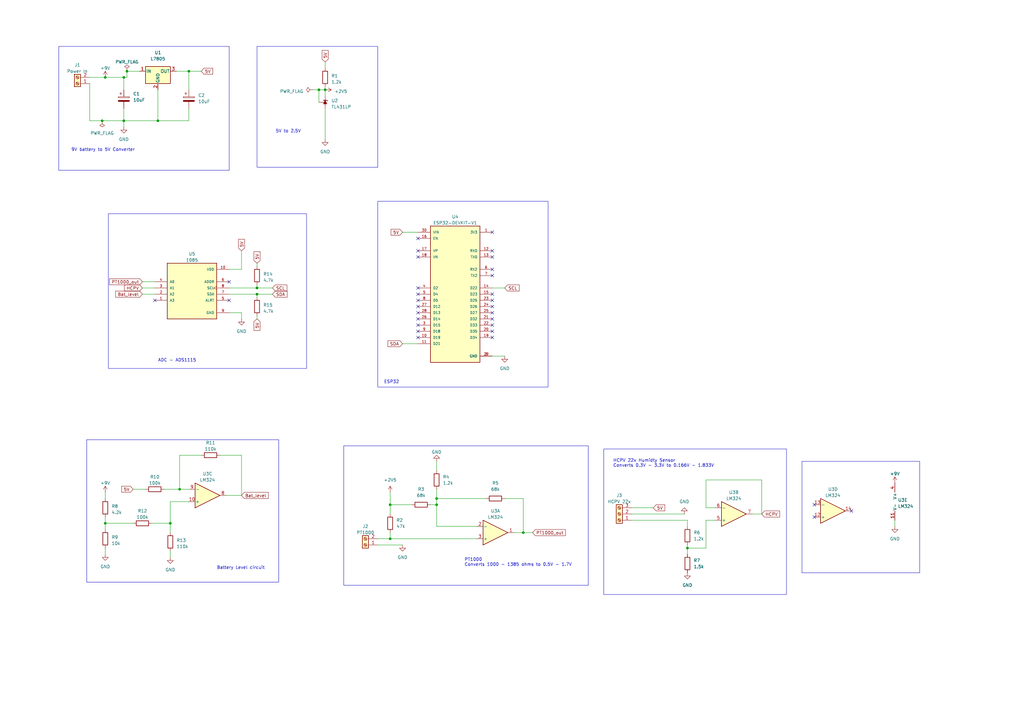
<source format=kicad_sch>
(kicad_sch (version 20230121) (generator eeschema)

  (uuid 989a8cff-89e4-48e3-949f-98ceab3f38b1)

  (paper "A3")

  (lib_symbols
    (symbol "ADS1115 module:1085" (pin_names (offset 1.016)) (in_bom yes) (on_board yes)
      (property "Reference" "U" (at -10.16 10.795 0)
        (effects (font (size 1.27 1.27)) (justify left bottom))
      )
      (property "Value" "1085" (at -10.16 -15.24 0)
        (effects (font (size 1.27 1.27)) (justify left bottom))
      )
      (property "Footprint" "MODULE_1085" (at 0 0 0)
        (effects (font (size 1.27 1.27)) (justify bottom) hide)
      )
      (property "Datasheet" "" (at 0 0 0)
        (effects (font (size 1.27 1.27)) hide)
      )
      (property "STANDARD" "Manufacturer Recommendations" (at 0 0 0)
        (effects (font (size 1.27 1.27)) (justify bottom) hide)
      )
      (property "MAXIMUM_PACKAGE_HEIGHT" "N/A" (at 0 0 0)
        (effects (font (size 1.27 1.27)) (justify bottom) hide)
      )
      (property "MANUFACTURER" "Adafruit" (at 0 0 0)
        (effects (font (size 1.27 1.27)) (justify bottom) hide)
      )
      (property "PARTREV" "N/A" (at 0 0 0)
        (effects (font (size 1.27 1.27)) (justify bottom) hide)
      )
      (symbol "1085_0_0"
        (rectangle (start -10.16 -12.7) (end 10.16 10.16)
          (stroke (width 0.254) (type default))
          (fill (type background))
        )
        (pin input line (at -15.24 -5.08 0) (length 5.08)
          (name "A3" (effects (font (size 1.016 1.016))))
          (number "1" (effects (font (size 1.016 1.016))))
        )
        (pin power_in line (at 15.24 7.62 180) (length 5.08)
          (name "VDD" (effects (font (size 1.016 1.016))))
          (number "10" (effects (font (size 1.016 1.016))))
        )
        (pin input line (at -15.24 -2.54 0) (length 5.08)
          (name "A2" (effects (font (size 1.016 1.016))))
          (number "2" (effects (font (size 1.016 1.016))))
        )
        (pin input line (at -15.24 0 0) (length 5.08)
          (name "A1" (effects (font (size 1.016 1.016))))
          (number "3" (effects (font (size 1.016 1.016))))
        )
        (pin input line (at -15.24 2.54 0) (length 5.08)
          (name "A0" (effects (font (size 1.016 1.016))))
          (number "4" (effects (font (size 1.016 1.016))))
        )
        (pin output line (at 15.24 -5.08 180) (length 5.08)
          (name "ALRT" (effects (font (size 1.016 1.016))))
          (number "5" (effects (font (size 1.016 1.016))))
        )
        (pin input line (at 15.24 2.54 180) (length 5.08)
          (name "ADDR" (effects (font (size 1.016 1.016))))
          (number "6" (effects (font (size 1.016 1.016))))
        )
        (pin bidirectional line (at 15.24 -2.54 180) (length 5.08)
          (name "SDA" (effects (font (size 1.016 1.016))))
          (number "7" (effects (font (size 1.016 1.016))))
        )
        (pin input clock (at 15.24 0 180) (length 5.08)
          (name "SCL" (effects (font (size 1.016 1.016))))
          (number "8" (effects (font (size 1.016 1.016))))
        )
        (pin power_in line (at 15.24 -10.16 180) (length 5.08)
          (name "GND" (effects (font (size 1.016 1.016))))
          (number "9" (effects (font (size 1.016 1.016))))
        )
      )
    )
    (symbol "Amplifier_Operational:LM324" (pin_names (offset 0.127)) (in_bom yes) (on_board yes)
      (property "Reference" "U" (at 0 5.08 0)
        (effects (font (size 1.27 1.27)) (justify left))
      )
      (property "Value" "LM324" (at 0 -5.08 0)
        (effects (font (size 1.27 1.27)) (justify left))
      )
      (property "Footprint" "" (at -1.27 2.54 0)
        (effects (font (size 1.27 1.27)) hide)
      )
      (property "Datasheet" "http://www.ti.com/lit/ds/symlink/lm2902-n.pdf" (at 1.27 5.08 0)
        (effects (font (size 1.27 1.27)) hide)
      )
      (property "ki_locked" "" (at 0 0 0)
        (effects (font (size 1.27 1.27)))
      )
      (property "ki_keywords" "quad opamp" (at 0 0 0)
        (effects (font (size 1.27 1.27)) hide)
      )
      (property "ki_description" "Low-Power, Quad-Operational Amplifiers, DIP-14/SOIC-14/SSOP-14" (at 0 0 0)
        (effects (font (size 1.27 1.27)) hide)
      )
      (property "ki_fp_filters" "SOIC*3.9x8.7mm*P1.27mm* DIP*W7.62mm* TSSOP*4.4x5mm*P0.65mm* SSOP*5.3x6.2mm*P0.65mm* MSOP*3x3mm*P0.5mm*" (at 0 0 0)
        (effects (font (size 1.27 1.27)) hide)
      )
      (symbol "LM324_1_1"
        (polyline
          (pts
            (xy -5.08 5.08)
            (xy 5.08 0)
            (xy -5.08 -5.08)
            (xy -5.08 5.08)
          )
          (stroke (width 0.254) (type default))
          (fill (type background))
        )
        (pin output line (at 7.62 0 180) (length 2.54)
          (name "~" (effects (font (size 1.27 1.27))))
          (number "1" (effects (font (size 1.27 1.27))))
        )
        (pin input line (at -7.62 -2.54 0) (length 2.54)
          (name "-" (effects (font (size 1.27 1.27))))
          (number "2" (effects (font (size 1.27 1.27))))
        )
        (pin input line (at -7.62 2.54 0) (length 2.54)
          (name "+" (effects (font (size 1.27 1.27))))
          (number "3" (effects (font (size 1.27 1.27))))
        )
      )
      (symbol "LM324_2_1"
        (polyline
          (pts
            (xy -5.08 5.08)
            (xy 5.08 0)
            (xy -5.08 -5.08)
            (xy -5.08 5.08)
          )
          (stroke (width 0.254) (type default))
          (fill (type background))
        )
        (pin input line (at -7.62 2.54 0) (length 2.54)
          (name "+" (effects (font (size 1.27 1.27))))
          (number "5" (effects (font (size 1.27 1.27))))
        )
        (pin input line (at -7.62 -2.54 0) (length 2.54)
          (name "-" (effects (font (size 1.27 1.27))))
          (number "6" (effects (font (size 1.27 1.27))))
        )
        (pin output line (at 7.62 0 180) (length 2.54)
          (name "~" (effects (font (size 1.27 1.27))))
          (number "7" (effects (font (size 1.27 1.27))))
        )
      )
      (symbol "LM324_3_1"
        (polyline
          (pts
            (xy -5.08 5.08)
            (xy 5.08 0)
            (xy -5.08 -5.08)
            (xy -5.08 5.08)
          )
          (stroke (width 0.254) (type default))
          (fill (type background))
        )
        (pin input line (at -7.62 2.54 0) (length 2.54)
          (name "+" (effects (font (size 1.27 1.27))))
          (number "10" (effects (font (size 1.27 1.27))))
        )
        (pin output line (at 7.62 0 180) (length 2.54)
          (name "~" (effects (font (size 1.27 1.27))))
          (number "8" (effects (font (size 1.27 1.27))))
        )
        (pin input line (at -7.62 -2.54 0) (length 2.54)
          (name "-" (effects (font (size 1.27 1.27))))
          (number "9" (effects (font (size 1.27 1.27))))
        )
      )
      (symbol "LM324_4_1"
        (polyline
          (pts
            (xy -5.08 5.08)
            (xy 5.08 0)
            (xy -5.08 -5.08)
            (xy -5.08 5.08)
          )
          (stroke (width 0.254) (type default))
          (fill (type background))
        )
        (pin input line (at -7.62 2.54 0) (length 2.54)
          (name "+" (effects (font (size 1.27 1.27))))
          (number "12" (effects (font (size 1.27 1.27))))
        )
        (pin input line (at -7.62 -2.54 0) (length 2.54)
          (name "-" (effects (font (size 1.27 1.27))))
          (number "13" (effects (font (size 1.27 1.27))))
        )
        (pin output line (at 7.62 0 180) (length 2.54)
          (name "~" (effects (font (size 1.27 1.27))))
          (number "14" (effects (font (size 1.27 1.27))))
        )
      )
      (symbol "LM324_5_1"
        (pin power_in line (at -2.54 -7.62 90) (length 3.81)
          (name "V-" (effects (font (size 1.27 1.27))))
          (number "11" (effects (font (size 1.27 1.27))))
        )
        (pin power_in line (at -2.54 7.62 270) (length 3.81)
          (name "V+" (effects (font (size 1.27 1.27))))
          (number "4" (effects (font (size 1.27 1.27))))
        )
      )
    )
    (symbol "Connector:Screw_Terminal_01x02" (pin_names (offset 1.016) hide) (in_bom yes) (on_board yes)
      (property "Reference" "J" (at 0 2.54 0)
        (effects (font (size 1.27 1.27)))
      )
      (property "Value" "Screw_Terminal_01x02" (at 0 -5.08 0)
        (effects (font (size 1.27 1.27)))
      )
      (property "Footprint" "" (at 0 0 0)
        (effects (font (size 1.27 1.27)) hide)
      )
      (property "Datasheet" "~" (at 0 0 0)
        (effects (font (size 1.27 1.27)) hide)
      )
      (property "ki_keywords" "screw terminal" (at 0 0 0)
        (effects (font (size 1.27 1.27)) hide)
      )
      (property "ki_description" "Generic screw terminal, single row, 01x02, script generated (kicad-library-utils/schlib/autogen/connector/)" (at 0 0 0)
        (effects (font (size 1.27 1.27)) hide)
      )
      (property "ki_fp_filters" "TerminalBlock*:*" (at 0 0 0)
        (effects (font (size 1.27 1.27)) hide)
      )
      (symbol "Screw_Terminal_01x02_1_1"
        (rectangle (start -1.27 1.27) (end 1.27 -3.81)
          (stroke (width 0.254) (type default))
          (fill (type background))
        )
        (circle (center 0 -2.54) (radius 0.635)
          (stroke (width 0.1524) (type default))
          (fill (type none))
        )
        (polyline
          (pts
            (xy -0.5334 -2.2098)
            (xy 0.3302 -3.048)
          )
          (stroke (width 0.1524) (type default))
          (fill (type none))
        )
        (polyline
          (pts
            (xy -0.5334 0.3302)
            (xy 0.3302 -0.508)
          )
          (stroke (width 0.1524) (type default))
          (fill (type none))
        )
        (polyline
          (pts
            (xy -0.3556 -2.032)
            (xy 0.508 -2.8702)
          )
          (stroke (width 0.1524) (type default))
          (fill (type none))
        )
        (polyline
          (pts
            (xy -0.3556 0.508)
            (xy 0.508 -0.3302)
          )
          (stroke (width 0.1524) (type default))
          (fill (type none))
        )
        (circle (center 0 0) (radius 0.635)
          (stroke (width 0.1524) (type default))
          (fill (type none))
        )
        (pin passive line (at -5.08 0 0) (length 3.81)
          (name "Pin_1" (effects (font (size 1.27 1.27))))
          (number "1" (effects (font (size 1.27 1.27))))
        )
        (pin passive line (at -5.08 -2.54 0) (length 3.81)
          (name "Pin_2" (effects (font (size 1.27 1.27))))
          (number "2" (effects (font (size 1.27 1.27))))
        )
      )
    )
    (symbol "Connector:Screw_Terminal_01x03" (pin_names (offset 1.016) hide) (in_bom yes) (on_board yes)
      (property "Reference" "J" (at 0 5.08 0)
        (effects (font (size 1.27 1.27)))
      )
      (property "Value" "Screw_Terminal_01x03" (at 0 -5.08 0)
        (effects (font (size 1.27 1.27)))
      )
      (property "Footprint" "" (at 0 0 0)
        (effects (font (size 1.27 1.27)) hide)
      )
      (property "Datasheet" "~" (at 0 0 0)
        (effects (font (size 1.27 1.27)) hide)
      )
      (property "ki_keywords" "screw terminal" (at 0 0 0)
        (effects (font (size 1.27 1.27)) hide)
      )
      (property "ki_description" "Generic screw terminal, single row, 01x03, script generated (kicad-library-utils/schlib/autogen/connector/)" (at 0 0 0)
        (effects (font (size 1.27 1.27)) hide)
      )
      (property "ki_fp_filters" "TerminalBlock*:*" (at 0 0 0)
        (effects (font (size 1.27 1.27)) hide)
      )
      (symbol "Screw_Terminal_01x03_1_1"
        (rectangle (start -1.27 3.81) (end 1.27 -3.81)
          (stroke (width 0.254) (type default))
          (fill (type background))
        )
        (circle (center 0 -2.54) (radius 0.635)
          (stroke (width 0.1524) (type default))
          (fill (type none))
        )
        (polyline
          (pts
            (xy -0.5334 -2.2098)
            (xy 0.3302 -3.048)
          )
          (stroke (width 0.1524) (type default))
          (fill (type none))
        )
        (polyline
          (pts
            (xy -0.5334 0.3302)
            (xy 0.3302 -0.508)
          )
          (stroke (width 0.1524) (type default))
          (fill (type none))
        )
        (polyline
          (pts
            (xy -0.5334 2.8702)
            (xy 0.3302 2.032)
          )
          (stroke (width 0.1524) (type default))
          (fill (type none))
        )
        (polyline
          (pts
            (xy -0.3556 -2.032)
            (xy 0.508 -2.8702)
          )
          (stroke (width 0.1524) (type default))
          (fill (type none))
        )
        (polyline
          (pts
            (xy -0.3556 0.508)
            (xy 0.508 -0.3302)
          )
          (stroke (width 0.1524) (type default))
          (fill (type none))
        )
        (polyline
          (pts
            (xy -0.3556 3.048)
            (xy 0.508 2.2098)
          )
          (stroke (width 0.1524) (type default))
          (fill (type none))
        )
        (circle (center 0 0) (radius 0.635)
          (stroke (width 0.1524) (type default))
          (fill (type none))
        )
        (circle (center 0 2.54) (radius 0.635)
          (stroke (width 0.1524) (type default))
          (fill (type none))
        )
        (pin passive line (at -5.08 2.54 0) (length 3.81)
          (name "Pin_1" (effects (font (size 1.27 1.27))))
          (number "1" (effects (font (size 1.27 1.27))))
        )
        (pin passive line (at -5.08 0 0) (length 3.81)
          (name "Pin_2" (effects (font (size 1.27 1.27))))
          (number "2" (effects (font (size 1.27 1.27))))
        )
        (pin passive line (at -5.08 -2.54 0) (length 3.81)
          (name "Pin_3" (effects (font (size 1.27 1.27))))
          (number "3" (effects (font (size 1.27 1.27))))
        )
      )
    )
    (symbol "Device:C_Polarized" (pin_numbers hide) (pin_names (offset 0.254)) (in_bom yes) (on_board yes)
      (property "Reference" "C" (at 0.635 2.54 0)
        (effects (font (size 1.27 1.27)) (justify left))
      )
      (property "Value" "C_Polarized" (at 0.635 -2.54 0)
        (effects (font (size 1.27 1.27)) (justify left))
      )
      (property "Footprint" "" (at 0.9652 -3.81 0)
        (effects (font (size 1.27 1.27)) hide)
      )
      (property "Datasheet" "~" (at 0 0 0)
        (effects (font (size 1.27 1.27)) hide)
      )
      (property "ki_keywords" "cap capacitor" (at 0 0 0)
        (effects (font (size 1.27 1.27)) hide)
      )
      (property "ki_description" "Polarized capacitor" (at 0 0 0)
        (effects (font (size 1.27 1.27)) hide)
      )
      (property "ki_fp_filters" "CP_*" (at 0 0 0)
        (effects (font (size 1.27 1.27)) hide)
      )
      (symbol "C_Polarized_0_1"
        (rectangle (start -2.286 0.508) (end 2.286 1.016)
          (stroke (width 0) (type default))
          (fill (type none))
        )
        (polyline
          (pts
            (xy -1.778 2.286)
            (xy -0.762 2.286)
          )
          (stroke (width 0) (type default))
          (fill (type none))
        )
        (polyline
          (pts
            (xy -1.27 2.794)
            (xy -1.27 1.778)
          )
          (stroke (width 0) (type default))
          (fill (type none))
        )
        (rectangle (start 2.286 -0.508) (end -2.286 -1.016)
          (stroke (width 0) (type default))
          (fill (type outline))
        )
      )
      (symbol "C_Polarized_1_1"
        (pin passive line (at 0 3.81 270) (length 2.794)
          (name "~" (effects (font (size 1.27 1.27))))
          (number "1" (effects (font (size 1.27 1.27))))
        )
        (pin passive line (at 0 -3.81 90) (length 2.794)
          (name "~" (effects (font (size 1.27 1.27))))
          (number "2" (effects (font (size 1.27 1.27))))
        )
      )
    )
    (symbol "Device:R" (pin_numbers hide) (pin_names (offset 0)) (in_bom yes) (on_board yes)
      (property "Reference" "R" (at 2.032 0 90)
        (effects (font (size 1.27 1.27)))
      )
      (property "Value" "R" (at 0 0 90)
        (effects (font (size 1.27 1.27)))
      )
      (property "Footprint" "" (at -1.778 0 90)
        (effects (font (size 1.27 1.27)) hide)
      )
      (property "Datasheet" "~" (at 0 0 0)
        (effects (font (size 1.27 1.27)) hide)
      )
      (property "ki_keywords" "R res resistor" (at 0 0 0)
        (effects (font (size 1.27 1.27)) hide)
      )
      (property "ki_description" "Resistor" (at 0 0 0)
        (effects (font (size 1.27 1.27)) hide)
      )
      (property "ki_fp_filters" "R_*" (at 0 0 0)
        (effects (font (size 1.27 1.27)) hide)
      )
      (symbol "R_0_1"
        (rectangle (start -1.016 -2.54) (end 1.016 2.54)
          (stroke (width 0.254) (type default))
          (fill (type none))
        )
      )
      (symbol "R_1_1"
        (pin passive line (at 0 3.81 270) (length 1.27)
          (name "~" (effects (font (size 1.27 1.27))))
          (number "1" (effects (font (size 1.27 1.27))))
        )
        (pin passive line (at 0 -3.81 90) (length 1.27)
          (name "~" (effects (font (size 1.27 1.27))))
          (number "2" (effects (font (size 1.27 1.27))))
        )
      )
    )
    (symbol "ESP32-DEVKIT-V1:ESP32-DEVKIT-V1" (pin_names (offset 1.016)) (in_bom yes) (on_board yes)
      (property "Reference" "U" (at -10.16 30.48 0)
        (effects (font (size 1.27 1.27)) (justify left top))
      )
      (property "Value" "ESP32-DEVKIT-V1" (at -10.16 -30.48 0)
        (effects (font (size 1.27 1.27)) (justify left bottom))
      )
      (property "Footprint" "MODULE_ESP32_DEVKIT_V1" (at 0 0 0)
        (effects (font (size 1.27 1.27)) (justify bottom) hide)
      )
      (property "Datasheet" "" (at 0 0 0)
        (effects (font (size 1.27 1.27)) hide)
      )
      (property "STANDARD" "Manufacturer Recommendations" (at 0 0 0)
        (effects (font (size 1.27 1.27)) (justify bottom) hide)
      )
      (property "MAXIMUM_PACKAGE_HEIGHT" "6.8 mm" (at 0 0 0)
        (effects (font (size 1.27 1.27)) (justify bottom) hide)
      )
      (property "PARTREV" "N/A" (at 0 0 0)
        (effects (font (size 1.27 1.27)) (justify bottom) hide)
      )
      (property "MANUFACTURER" "DOIT" (at 0 0 0)
        (effects (font (size 1.27 1.27)) (justify bottom) hide)
      )
      (symbol "ESP32-DEVKIT-V1_0_0"
        (rectangle (start -10.16 -27.94) (end 10.16 27.94)
          (stroke (width 0.254) (type default))
          (fill (type background))
        )
        (pin output line (at 15.24 25.4 180) (length 5.08)
          (name "3V3" (effects (font (size 1.016 1.016))))
          (number "1" (effects (font (size 1.016 1.016))))
        )
        (pin bidirectional line (at -15.24 -17.78 0) (length 5.08)
          (name "D19" (effects (font (size 1.016 1.016))))
          (number "10" (effects (font (size 1.016 1.016))))
        )
        (pin bidirectional line (at -15.24 -20.32 0) (length 5.08)
          (name "D21" (effects (font (size 1.016 1.016))))
          (number "11" (effects (font (size 1.016 1.016))))
        )
        (pin input line (at 15.24 17.78 180) (length 5.08)
          (name "RX0" (effects (font (size 1.016 1.016))))
          (number "12" (effects (font (size 1.016 1.016))))
        )
        (pin output line (at 15.24 15.24 180) (length 5.08)
          (name "TX0" (effects (font (size 1.016 1.016))))
          (number "13" (effects (font (size 1.016 1.016))))
        )
        (pin bidirectional line (at 15.24 2.54 180) (length 5.08)
          (name "D22" (effects (font (size 1.016 1.016))))
          (number "14" (effects (font (size 1.016 1.016))))
        )
        (pin bidirectional line (at 15.24 0 180) (length 5.08)
          (name "D23" (effects (font (size 1.016 1.016))))
          (number "15" (effects (font (size 1.016 1.016))))
        )
        (pin input line (at -15.24 22.86 0) (length 5.08)
          (name "EN" (effects (font (size 1.016 1.016))))
          (number "16" (effects (font (size 1.016 1.016))))
        )
        (pin bidirectional line (at -15.24 17.78 0) (length 5.08)
          (name "VP" (effects (font (size 1.016 1.016))))
          (number "17" (effects (font (size 1.016 1.016))))
        )
        (pin bidirectional line (at -15.24 15.24 0) (length 5.08)
          (name "VN" (effects (font (size 1.016 1.016))))
          (number "18" (effects (font (size 1.016 1.016))))
        )
        (pin bidirectional line (at 15.24 -17.78 180) (length 5.08)
          (name "D34" (effects (font (size 1.016 1.016))))
          (number "19" (effects (font (size 1.016 1.016))))
        )
        (pin power_in line (at 15.24 -25.4 180) (length 5.08)
          (name "GND" (effects (font (size 1.016 1.016))))
          (number "2" (effects (font (size 1.016 1.016))))
        )
        (pin bidirectional line (at 15.24 -15.24 180) (length 5.08)
          (name "D35" (effects (font (size 1.016 1.016))))
          (number "20" (effects (font (size 1.016 1.016))))
        )
        (pin bidirectional line (at 15.24 -10.16 180) (length 5.08)
          (name "D32" (effects (font (size 1.016 1.016))))
          (number "21" (effects (font (size 1.016 1.016))))
        )
        (pin bidirectional line (at 15.24 -12.7 180) (length 5.08)
          (name "D33" (effects (font (size 1.016 1.016))))
          (number "22" (effects (font (size 1.016 1.016))))
        )
        (pin bidirectional line (at 15.24 -2.54 180) (length 5.08)
          (name "D25" (effects (font (size 1.016 1.016))))
          (number "23" (effects (font (size 1.016 1.016))))
        )
        (pin bidirectional line (at 15.24 -5.08 180) (length 5.08)
          (name "D26" (effects (font (size 1.016 1.016))))
          (number "24" (effects (font (size 1.016 1.016))))
        )
        (pin bidirectional line (at 15.24 -7.62 180) (length 5.08)
          (name "D27" (effects (font (size 1.016 1.016))))
          (number "25" (effects (font (size 1.016 1.016))))
        )
        (pin bidirectional line (at -15.24 -10.16 0) (length 5.08)
          (name "D14" (effects (font (size 1.016 1.016))))
          (number "26" (effects (font (size 1.016 1.016))))
        )
        (pin bidirectional line (at -15.24 -5.08 0) (length 5.08)
          (name "D12" (effects (font (size 1.016 1.016))))
          (number "27" (effects (font (size 1.016 1.016))))
        )
        (pin bidirectional line (at -15.24 -7.62 0) (length 5.08)
          (name "D13" (effects (font (size 1.016 1.016))))
          (number "28" (effects (font (size 1.016 1.016))))
        )
        (pin power_in line (at 15.24 -25.4 180) (length 5.08)
          (name "GND" (effects (font (size 1.016 1.016))))
          (number "29" (effects (font (size 1.016 1.016))))
        )
        (pin bidirectional line (at -15.24 -12.7 0) (length 5.08)
          (name "D15" (effects (font (size 1.016 1.016))))
          (number "3" (effects (font (size 1.016 1.016))))
        )
        (pin input line (at -15.24 25.4 0) (length 5.08)
          (name "VIN" (effects (font (size 1.016 1.016))))
          (number "30" (effects (font (size 1.016 1.016))))
        )
        (pin bidirectional line (at -15.24 2.54 0) (length 5.08)
          (name "D2" (effects (font (size 1.016 1.016))))
          (number "4" (effects (font (size 1.016 1.016))))
        )
        (pin bidirectional line (at -15.24 0 0) (length 5.08)
          (name "D4" (effects (font (size 1.016 1.016))))
          (number "5" (effects (font (size 1.016 1.016))))
        )
        (pin input line (at 15.24 10.16 180) (length 5.08)
          (name "RX2" (effects (font (size 1.016 1.016))))
          (number "6" (effects (font (size 1.016 1.016))))
        )
        (pin output line (at 15.24 7.62 180) (length 5.08)
          (name "TX2" (effects (font (size 1.016 1.016))))
          (number "7" (effects (font (size 1.016 1.016))))
        )
        (pin bidirectional line (at -15.24 -2.54 0) (length 5.08)
          (name "D5" (effects (font (size 1.016 1.016))))
          (number "8" (effects (font (size 1.016 1.016))))
        )
        (pin bidirectional line (at -15.24 -15.24 0) (length 5.08)
          (name "D18" (effects (font (size 1.016 1.016))))
          (number "9" (effects (font (size 1.016 1.016))))
        )
      )
    )
    (symbol "GND_1" (power) (pin_names (offset 0)) (in_bom yes) (on_board yes)
      (property "Reference" "#PWR02" (at 0 -6.35 0)
        (effects (font (size 1.27 1.27)) hide)
      )
      (property "Value" "GND" (at 0 -5.08 0)
        (effects (font (size 1.27 1.27)))
      )
      (property "Footprint" "" (at 0 0 0)
        (effects (font (size 1.27 1.27)) hide)
      )
      (property "Datasheet" "" (at 0 0 0)
        (effects (font (size 1.27 1.27)) hide)
      )
      (property "ki_keywords" "global power" (at 0 0 0)
        (effects (font (size 1.27 1.27)) hide)
      )
      (property "ki_description" "Power symbol creates a global label with name \"GND\" , ground" (at 0 0 0)
        (effects (font (size 1.27 1.27)) hide)
      )
      (symbol "GND_1_0_1"
        (polyline
          (pts
            (xy 0 0)
            (xy 0 -1.27)
            (xy 1.27 -1.27)
            (xy 0 -2.54)
            (xy -1.27 -1.27)
            (xy 0 -1.27)
          )
          (stroke (width 0) (type default))
          (fill (type none))
        )
      )
      (symbol "GND_1_1_1"
        (pin power_in line (at 0 0 270) (length 0) hide
          (name "GND" (effects (font (size 1.27 1.27))))
          (number "1" (effects (font (size 1.27 1.27))))
        )
      )
    )
    (symbol "GND_2" (power) (pin_names (offset 0)) (in_bom yes) (on_board yes)
      (property "Reference" "#PWR" (at 0 -6.35 0)
        (effects (font (size 1.27 1.27)) hide)
      )
      (property "Value" "GND_2" (at 0 -3.81 0)
        (effects (font (size 1.27 1.27)))
      )
      (property "Footprint" "" (at 0 0 0)
        (effects (font (size 1.27 1.27)) hide)
      )
      (property "Datasheet" "" (at 0 0 0)
        (effects (font (size 1.27 1.27)) hide)
      )
      (property "ki_keywords" "global power" (at 0 0 0)
        (effects (font (size 1.27 1.27)) hide)
      )
      (property "ki_description" "Power symbol creates a global label with name \"GND\" , ground" (at 0 0 0)
        (effects (font (size 1.27 1.27)) hide)
      )
      (symbol "GND_2_0_1"
        (polyline
          (pts
            (xy 0 0)
            (xy 0 -1.27)
            (xy 1.27 -1.27)
            (xy 0 -2.54)
            (xy -1.27 -1.27)
            (xy 0 -1.27)
          )
          (stroke (width 0) (type default))
          (fill (type none))
        )
      )
      (symbol "GND_2_1_1"
        (pin power_in line (at 0 0 270) (length 0) hide
          (name "GND" (effects (font (size 1.27 1.27))))
          (number "1" (effects (font (size 1.27 1.27))))
        )
      )
    )
    (symbol "GND_4" (power) (pin_names (offset 0)) (in_bom yes) (on_board yes)
      (property "Reference" "#PWR" (at 0 -6.35 0)
        (effects (font (size 1.27 1.27)) hide)
      )
      (property "Value" "GND_4" (at 0 -3.81 0)
        (effects (font (size 1.27 1.27)))
      )
      (property "Footprint" "" (at 0 0 0)
        (effects (font (size 1.27 1.27)) hide)
      )
      (property "Datasheet" "" (at 0 0 0)
        (effects (font (size 1.27 1.27)) hide)
      )
      (property "ki_keywords" "global power" (at 0 0 0)
        (effects (font (size 1.27 1.27)) hide)
      )
      (property "ki_description" "Power symbol creates a global label with name \"GND\" , ground" (at 0 0 0)
        (effects (font (size 1.27 1.27)) hide)
      )
      (symbol "GND_4_0_1"
        (polyline
          (pts
            (xy 0 0)
            (xy 0 -1.27)
            (xy 1.27 -1.27)
            (xy 0 -2.54)
            (xy -1.27 -1.27)
            (xy 0 -1.27)
          )
          (stroke (width 0) (type default))
          (fill (type none))
        )
      )
      (symbol "GND_4_1_1"
        (pin power_in line (at 0 0 270) (length 0) hide
          (name "GND" (effects (font (size 1.27 1.27))))
          (number "1" (effects (font (size 1.27 1.27))))
        )
      )
    )
    (symbol "PWR_FLAG_1" (power) (pin_numbers hide) (pin_names (offset 0) hide) (in_bom yes) (on_board yes)
      (property "Reference" "#FLG" (at 0 1.905 0)
        (effects (font (size 1.27 1.27)) hide)
      )
      (property "Value" "PWR_FLAG_1" (at 0 3.81 0)
        (effects (font (size 1.27 1.27)))
      )
      (property "Footprint" "" (at 0 0 0)
        (effects (font (size 1.27 1.27)) hide)
      )
      (property "Datasheet" "~" (at 0 0 0)
        (effects (font (size 1.27 1.27)) hide)
      )
      (property "ki_keywords" "flag power" (at 0 0 0)
        (effects (font (size 1.27 1.27)) hide)
      )
      (property "ki_description" "Special symbol for telling ERC where power comes from" (at 0 0 0)
        (effects (font (size 1.27 1.27)) hide)
      )
      (symbol "PWR_FLAG_1_0_0"
        (pin power_out line (at 0 0 90) (length 0)
          (name "pwr" (effects (font (size 1.27 1.27))))
          (number "1" (effects (font (size 1.27 1.27))))
        )
      )
      (symbol "PWR_FLAG_1_0_1"
        (polyline
          (pts
            (xy 0 0)
            (xy 0 1.27)
            (xy -1.016 1.905)
            (xy 0 2.54)
            (xy 1.016 1.905)
            (xy 0 1.27)
          )
          (stroke (width 0) (type default))
          (fill (type none))
        )
      )
    )
    (symbol "Reference_Voltage:TL431LP" (pin_numbers hide) (pin_names hide) (in_bom yes) (on_board yes)
      (property "Reference" "U" (at -2.54 2.54 0)
        (effects (font (size 1.27 1.27)))
      )
      (property "Value" "TL431LP" (at 0 -2.54 0)
        (effects (font (size 1.27 1.27)))
      )
      (property "Footprint" "Package_TO_SOT_THT:TO-92_Inline" (at 0 -3.81 0)
        (effects (font (size 1.27 1.27) italic) hide)
      )
      (property "Datasheet" "http://www.ti.com/lit/ds/symlink/tl431.pdf" (at 0 0 0)
        (effects (font (size 1.27 1.27) italic) hide)
      )
      (property "ki_keywords" "diode device regulator shunt" (at 0 0 0)
        (effects (font (size 1.27 1.27)) hide)
      )
      (property "ki_description" "Shunt Regulator, TO-92" (at 0 0 0)
        (effects (font (size 1.27 1.27)) hide)
      )
      (property "ki_fp_filters" "TO*92*" (at 0 0 0)
        (effects (font (size 1.27 1.27)) hide)
      )
      (symbol "TL431LP_0_1"
        (polyline
          (pts
            (xy -1.27 0)
            (xy 0 0)
            (xy 1.27 0)
          )
          (stroke (width 0) (type default))
          (fill (type none))
        )
        (polyline
          (pts
            (xy -0.762 0.762)
            (xy 0.762 0)
            (xy -0.762 -0.762)
          )
          (stroke (width 0) (type default))
          (fill (type outline))
        )
        (polyline
          (pts
            (xy 0.508 -1.016)
            (xy 0.762 -0.762)
            (xy 0.762 0.762)
            (xy 0.762 0.762)
          )
          (stroke (width 0.254) (type default))
          (fill (type none))
        )
      )
      (symbol "TL431LP_1_1"
        (pin passive line (at 0 2.54 270) (length 2.54)
          (name "REF" (effects (font (size 1.27 1.27))))
          (number "1" (effects (font (size 1.27 1.27))))
        )
        (pin passive line (at -2.54 0 0) (length 2.54)
          (name "A" (effects (font (size 1.27 1.27))))
          (number "2" (effects (font (size 1.27 1.27))))
        )
        (pin passive line (at 2.54 0 180) (length 2.54)
          (name "K" (effects (font (size 1.27 1.27))))
          (number "3" (effects (font (size 1.27 1.27))))
        )
      )
    )
    (symbol "Regulator_Linear:L7805" (pin_names (offset 0.254)) (in_bom yes) (on_board yes)
      (property "Reference" "U" (at -3.81 3.175 0)
        (effects (font (size 1.27 1.27)))
      )
      (property "Value" "L7805" (at 0 3.175 0)
        (effects (font (size 1.27 1.27)) (justify left))
      )
      (property "Footprint" "" (at 0.635 -3.81 0)
        (effects (font (size 1.27 1.27) italic) (justify left) hide)
      )
      (property "Datasheet" "http://www.st.com/content/ccc/resource/technical/document/datasheet/41/4f/b3/b0/12/d4/47/88/CD00000444.pdf/files/CD00000444.pdf/jcr:content/translations/en.CD00000444.pdf" (at 0 -1.27 0)
        (effects (font (size 1.27 1.27)) hide)
      )
      (property "ki_keywords" "Voltage Regulator 1.5A Positive" (at 0 0 0)
        (effects (font (size 1.27 1.27)) hide)
      )
      (property "ki_description" "Positive 1.5A 35V Linear Regulator, Fixed Output 5V, TO-220/TO-263/TO-252" (at 0 0 0)
        (effects (font (size 1.27 1.27)) hide)
      )
      (property "ki_fp_filters" "TO?252* TO?263* TO?220*" (at 0 0 0)
        (effects (font (size 1.27 1.27)) hide)
      )
      (symbol "L7805_0_1"
        (rectangle (start -5.08 1.905) (end 5.08 -5.08)
          (stroke (width 0.254) (type default))
          (fill (type background))
        )
      )
      (symbol "L7805_1_1"
        (pin power_in line (at -7.62 0 0) (length 2.54)
          (name "IN" (effects (font (size 1.27 1.27))))
          (number "1" (effects (font (size 1.27 1.27))))
        )
        (pin power_in line (at 0 -7.62 90) (length 2.54)
          (name "GND" (effects (font (size 1.27 1.27))))
          (number "2" (effects (font (size 1.27 1.27))))
        )
        (pin power_out line (at 7.62 0 180) (length 2.54)
          (name "OUT" (effects (font (size 1.27 1.27))))
          (number "3" (effects (font (size 1.27 1.27))))
        )
      )
    )
    (symbol "power:+2V5" (power) (pin_names (offset 0)) (in_bom yes) (on_board yes)
      (property "Reference" "#PWR" (at 0 -3.81 0)
        (effects (font (size 1.27 1.27)) hide)
      )
      (property "Value" "+2V5" (at 0 3.556 0)
        (effects (font (size 1.27 1.27)))
      )
      (property "Footprint" "" (at 0 0 0)
        (effects (font (size 1.27 1.27)) hide)
      )
      (property "Datasheet" "" (at 0 0 0)
        (effects (font (size 1.27 1.27)) hide)
      )
      (property "ki_keywords" "power-flag" (at 0 0 0)
        (effects (font (size 1.27 1.27)) hide)
      )
      (property "ki_description" "Power symbol creates a global label with name \"+2V5\"" (at 0 0 0)
        (effects (font (size 1.27 1.27)) hide)
      )
      (symbol "+2V5_0_1"
        (polyline
          (pts
            (xy -0.762 1.27)
            (xy 0 2.54)
          )
          (stroke (width 0) (type default))
          (fill (type none))
        )
        (polyline
          (pts
            (xy 0 0)
            (xy 0 2.54)
          )
          (stroke (width 0) (type default))
          (fill (type none))
        )
        (polyline
          (pts
            (xy 0 2.54)
            (xy 0.762 1.27)
          )
          (stroke (width 0) (type default))
          (fill (type none))
        )
      )
      (symbol "+2V5_1_1"
        (pin power_in line (at 0 0 90) (length 0) hide
          (name "+2V5" (effects (font (size 1.27 1.27))))
          (number "1" (effects (font (size 1.27 1.27))))
        )
      )
    )
    (symbol "power:+9V" (power) (pin_names (offset 0)) (in_bom yes) (on_board yes)
      (property "Reference" "#PWR" (at 0 -3.81 0)
        (effects (font (size 1.27 1.27)) hide)
      )
      (property "Value" "+9V" (at 0 3.556 0)
        (effects (font (size 1.27 1.27)))
      )
      (property "Footprint" "" (at 0 0 0)
        (effects (font (size 1.27 1.27)) hide)
      )
      (property "Datasheet" "" (at 0 0 0)
        (effects (font (size 1.27 1.27)) hide)
      )
      (property "ki_keywords" "global power" (at 0 0 0)
        (effects (font (size 1.27 1.27)) hide)
      )
      (property "ki_description" "Power symbol creates a global label with name \"+9V\"" (at 0 0 0)
        (effects (font (size 1.27 1.27)) hide)
      )
      (symbol "+9V_0_1"
        (polyline
          (pts
            (xy -0.762 1.27)
            (xy 0 2.54)
          )
          (stroke (width 0) (type default))
          (fill (type none))
        )
        (polyline
          (pts
            (xy 0 0)
            (xy 0 2.54)
          )
          (stroke (width 0) (type default))
          (fill (type none))
        )
        (polyline
          (pts
            (xy 0 2.54)
            (xy 0.762 1.27)
          )
          (stroke (width 0) (type default))
          (fill (type none))
        )
      )
      (symbol "+9V_1_1"
        (pin power_in line (at 0 0 90) (length 0) hide
          (name "+9V" (effects (font (size 1.27 1.27))))
          (number "1" (effects (font (size 1.27 1.27))))
        )
      )
    )
    (symbol "power:GND" (power) (pin_names (offset 0)) (in_bom yes) (on_board yes)
      (property "Reference" "#PWR" (at 0 -6.35 0)
        (effects (font (size 1.27 1.27)) hide)
      )
      (property "Value" "GND" (at 0 -3.81 0)
        (effects (font (size 1.27 1.27)))
      )
      (property "Footprint" "" (at 0 0 0)
        (effects (font (size 1.27 1.27)) hide)
      )
      (property "Datasheet" "" (at 0 0 0)
        (effects (font (size 1.27 1.27)) hide)
      )
      (property "ki_keywords" "power-flag" (at 0 0 0)
        (effects (font (size 1.27 1.27)) hide)
      )
      (property "ki_description" "Power symbol creates a global label with name \"GND\" , ground" (at 0 0 0)
        (effects (font (size 1.27 1.27)) hide)
      )
      (symbol "GND_0_1"
        (polyline
          (pts
            (xy 0 0)
            (xy 0 -1.27)
            (xy 1.27 -1.27)
            (xy 0 -2.54)
            (xy -1.27 -1.27)
            (xy 0 -1.27)
          )
          (stroke (width 0) (type default))
          (fill (type none))
        )
      )
      (symbol "GND_1_1"
        (pin power_in line (at 0 0 270) (length 0) hide
          (name "GND" (effects (font (size 1.27 1.27))))
          (number "1" (effects (font (size 1.27 1.27))))
        )
      )
    )
    (symbol "power:PWR_FLAG" (power) (pin_numbers hide) (pin_names (offset 0) hide) (in_bom yes) (on_board yes)
      (property "Reference" "#FLG" (at 0 1.905 0)
        (effects (font (size 1.27 1.27)) hide)
      )
      (property "Value" "PWR_FLAG" (at 0 3.81 0)
        (effects (font (size 1.27 1.27)))
      )
      (property "Footprint" "" (at 0 0 0)
        (effects (font (size 1.27 1.27)) hide)
      )
      (property "Datasheet" "~" (at 0 0 0)
        (effects (font (size 1.27 1.27)) hide)
      )
      (property "ki_keywords" "power-flag" (at 0 0 0)
        (effects (font (size 1.27 1.27)) hide)
      )
      (property "ki_description" "Special symbol for telling ERC where power comes from" (at 0 0 0)
        (effects (font (size 1.27 1.27)) hide)
      )
      (symbol "PWR_FLAG_0_0"
        (pin power_out line (at 0 0 90) (length 0)
          (name "pwr" (effects (font (size 1.27 1.27))))
          (number "1" (effects (font (size 1.27 1.27))))
        )
      )
      (symbol "PWR_FLAG_0_1"
        (polyline
          (pts
            (xy 0 0)
            (xy 0 1.27)
            (xy -1.016 1.905)
            (xy 0 2.54)
            (xy 1.016 1.905)
            (xy 0 1.27)
          )
          (stroke (width 0) (type default))
          (fill (type none))
        )
      )
    )
  )

  (junction (at 50.8 49.53) (diameter 0) (color 0 0 0 0)
    (uuid 0638f773-3435-403d-93e1-39c3558b76da)
  )
  (junction (at 69.85 214.63) (diameter 0) (color 0 0 0 0)
    (uuid 09313a8d-2065-40e9-a05a-672cb60a7de4)
  )
  (junction (at 133.35 36.83) (diameter 0) (color 0 0 0 0)
    (uuid 1b774480-7e7a-488b-ab4f-c0e673aa4227)
  )
  (junction (at 105.41 120.65) (diameter 0) (color 0 0 0 0)
    (uuid 34d36ca6-405c-47e2-9ef6-861124d82685)
  )
  (junction (at 179.07 207.01) (diameter 0) (color 0 0 0 0)
    (uuid 365bb36e-7385-4b35-887f-9397e17b0074)
  )
  (junction (at 41.91 49.53) (diameter 0) (color 0 0 0 0)
    (uuid 4ec33e97-f50e-4f45-9d71-14b4b5d917ef)
  )
  (junction (at 73.66 200.66) (diameter 0) (color 0 0 0 0)
    (uuid 68de2e6e-2b31-42f4-a163-e81dd53af35d)
  )
  (junction (at 160.02 207.01) (diameter 0) (color 0 0 0 0)
    (uuid 7ba96849-8199-4799-abfa-5321477bd4f7)
  )
  (junction (at 179.07 204.47) (diameter 0) (color 0 0 0 0)
    (uuid 8a48c3b3-fd90-49ce-a37c-e135fe597cf3)
  )
  (junction (at 43.18 31.75) (diameter 0) (color 0 0 0 0)
    (uuid 9d388f16-0b49-4285-bf21-655eb16057ab)
  )
  (junction (at 64.77 49.53) (diameter 0) (color 0 0 0 0)
    (uuid a1abf079-ee5e-48b0-ae44-89bcac4b0afd)
  )
  (junction (at 105.41 118.11) (diameter 0) (color 0 0 0 0)
    (uuid b6119025-2c9e-4159-8ac3-aec90ba1e606)
  )
  (junction (at 130.81 36.83) (diameter 0) (color 0 0 0 0)
    (uuid b7289de9-910d-46f4-b3b2-354ba05f97c2)
  )
  (junction (at 50.8 31.75) (diameter 0) (color 0 0 0 0)
    (uuid c42edb50-3178-4b45-8cc3-2b60b7150c19)
  )
  (junction (at 52.07 29.21) (diameter 0) (color 0 0 0 0)
    (uuid ce781679-bb5f-48cb-bf05-b08648e95e8b)
  )
  (junction (at 43.18 214.63) (diameter 0) (color 0 0 0 0)
    (uuid d41d2133-9eeb-44ec-b814-46f0519d7f28)
  )
  (junction (at 214.63 218.44) (diameter 0) (color 0 0 0 0)
    (uuid d7983f77-9b84-4635-aace-f90d54cab973)
  )
  (junction (at 160.02 220.98) (diameter 0) (color 0 0 0 0)
    (uuid dbea2934-1c52-4ef1-b6d4-30d2aa5066d0)
  )
  (junction (at 77.47 29.21) (diameter 0) (color 0 0 0 0)
    (uuid e9a5b2f1-a72e-4441-9a3e-1eff7de02788)
  )
  (junction (at 281.94 224.79) (diameter 0) (color 0 0 0 0)
    (uuid fdce305c-9e4d-4055-8ca5-d3e7fd8ec6dd)
  )

  (no_connect (at 63.5 123.19) (uuid 0085d943-80cd-457d-921d-ec556f718e4f))
  (no_connect (at 171.45 130.81) (uuid 06de2cc1-0dbd-443b-b040-b0df0099206d))
  (no_connect (at 201.93 130.81) (uuid 07f661d7-890b-4724-ba72-29d90b728351))
  (no_connect (at 201.93 95.25) (uuid 0d87544d-380e-4d5e-bbc4-2f7d31cf12ac))
  (no_connect (at 201.93 125.73) (uuid 13405c44-29df-47fe-9ec2-76a41516e5fb))
  (no_connect (at 171.45 123.19) (uuid 15515986-bfbf-4ee1-8576-7505e024f978))
  (no_connect (at 201.93 138.43) (uuid 16b25109-3541-42ad-a502-f078ad8c7bf6))
  (no_connect (at 201.93 123.19) (uuid 1a9892e0-1cf2-4f69-be2f-a9314a6d0fb7))
  (no_connect (at 201.93 110.49) (uuid 2cd6e443-5202-47f6-8cc1-a8b3de85dd47))
  (no_connect (at 201.93 102.87) (uuid 324ac292-35ff-4dbe-aad5-4db8ae4055c2))
  (no_connect (at 334.01 207.01) (uuid 3e589beb-2535-4e58-85a4-7440c99de7f9))
  (no_connect (at 171.45 128.27) (uuid 46745087-0987-4eff-8f1a-0e3e63f63313))
  (no_connect (at 171.45 102.87) (uuid 530d993e-4dad-45a4-b86d-02746693fc61))
  (no_connect (at 171.45 125.73) (uuid 59f6c284-9527-43a1-baa1-017d853a4888))
  (no_connect (at 349.25 209.55) (uuid 5f0cb06a-760a-4668-9197-d3b80df7944b))
  (no_connect (at 201.93 120.65) (uuid 615589e7-1c9a-42cb-b2c2-96ded46f815c))
  (no_connect (at 171.45 135.89) (uuid 75bf2f3b-5ffc-4999-8354-4e98bbc41c18))
  (no_connect (at 171.45 133.35) (uuid 7c6e1f7c-bde7-48ed-a05e-8b962228612d))
  (no_connect (at 201.93 133.35) (uuid 83377ab5-c43d-4ace-bde7-859eaee28738))
  (no_connect (at 171.45 120.65) (uuid 9034fd39-f8a7-4519-b725-70a8bad70e4d))
  (no_connect (at 201.93 113.03) (uuid 99a54e21-2f58-4774-8b0d-f4f36cfa926d))
  (no_connect (at 201.93 105.41) (uuid b07c557c-2b3b-4d58-913a-b86768268d89))
  (no_connect (at 201.93 128.27) (uuid b4c6a210-7d57-4a9e-a96f-0250e8457079))
  (no_connect (at 201.93 135.89) (uuid bc0601e6-3706-4bd5-aac6-53f52283cb96))
  (no_connect (at 171.45 97.79) (uuid d31ada1b-ecc1-4e11-a013-c54648db020e))
  (no_connect (at 93.98 115.57) (uuid d323bd2d-89e2-44a0-ac34-62c631cdc33b))
  (no_connect (at 171.45 118.11) (uuid d33378a3-c176-4014-b23b-78c0b9832a9c))
  (no_connect (at 334.01 212.09) (uuid e3528c3a-e727-4730-94c5-ad502327054e))
  (no_connect (at 171.45 138.43) (uuid e7a8097b-068f-4e24-ac01-855614091174))
  (no_connect (at 93.98 123.19) (uuid fb7f10c8-2612-48d0-b688-12c75a7414d7))
  (no_connect (at 171.45 105.41) (uuid fbc78366-0e71-4dbd-a6ea-aaebdd3da47d))

  (wire (pts (xy 160.02 220.98) (xy 195.58 220.98))
    (stroke (width 0) (type default))
    (uuid 02cd6622-bb4c-41fa-998b-e5b094141681)
  )
  (wire (pts (xy 105.41 120.65) (xy 111.76 120.65))
    (stroke (width 0) (type default))
    (uuid 053017db-8cc8-4d9c-b536-48f9c5c398eb)
  )
  (wire (pts (xy 281.94 223.52) (xy 281.94 224.79))
    (stroke (width 0) (type default))
    (uuid 0a6f387c-3837-4fd5-98c7-7ed85e5110fa)
  )
  (polyline (pts (xy 24.13 19.05) (xy 93.98 19.05))
    (stroke (width 0) (type default))
    (uuid 0e9d3f77-07ca-4f28-acb6-4d9576a117c5)
  )

  (wire (pts (xy 160.02 218.44) (xy 160.02 220.98))
    (stroke (width 0) (type default))
    (uuid 0f71b959-5168-440d-8a59-2c219f86116b)
  )
  (wire (pts (xy 73.66 200.66) (xy 77.47 200.66))
    (stroke (width 0) (type default))
    (uuid 0fab6a9c-ce03-43db-bb51-ee3af9e4a7cf)
  )
  (wire (pts (xy 43.18 212.09) (xy 43.18 214.63))
    (stroke (width 0) (type default))
    (uuid 1307e2a5-ad12-464d-b3e8-76fbb5ec3980)
  )
  (wire (pts (xy 52.07 31.75) (xy 52.07 29.21))
    (stroke (width 0) (type default))
    (uuid 133dc205-9897-48dc-a15d-4ede712a4a6a)
  )
  (wire (pts (xy 72.39 29.21) (xy 77.47 29.21))
    (stroke (width 0) (type default))
    (uuid 14ad295a-b05c-4a09-a4e2-1febc46420e5)
  )
  (wire (pts (xy 133.35 44.45) (xy 133.35 57.15))
    (stroke (width 0) (type default))
    (uuid 15682c26-c3a9-461a-90bb-c15763d99376)
  )
  (wire (pts (xy 105.41 121.92) (xy 105.41 120.65))
    (stroke (width 0) (type default))
    (uuid 15ef54f2-430f-4bff-84de-632616a886a5)
  )
  (polyline (pts (xy 24.13 19.05) (xy 24.13 69.85))
    (stroke (width 0) (type default))
    (uuid 1b61f023-406e-4c93-85e7-e5a5eea62e9d)
  )

  (wire (pts (xy 36.83 49.53) (xy 41.91 49.53))
    (stroke (width 0) (type default))
    (uuid 1b6db1cb-5055-45b8-ab3a-68a5df119df8)
  )
  (wire (pts (xy 289.56 196.85) (xy 312.42 196.85))
    (stroke (width 0) (type default))
    (uuid 2054790b-2852-4f6d-9fff-af882aa8f853)
  )
  (wire (pts (xy 67.31 200.66) (xy 73.66 200.66))
    (stroke (width 0) (type default))
    (uuid 21480062-3565-4ec0-a132-18e01a3dab7b)
  )
  (wire (pts (xy 259.08 208.28) (xy 267.97 208.28))
    (stroke (width 0) (type default))
    (uuid 216d32ee-4453-424b-9c62-ba1418078cb9)
  )
  (polyline (pts (xy 93.98 69.85) (xy 93.98 19.05))
    (stroke (width 0) (type default))
    (uuid 2583ea0f-538b-4295-a8b1-927d7bffefa8)
  )

  (wire (pts (xy 312.42 196.85) (xy 312.42 210.82))
    (stroke (width 0) (type default))
    (uuid 269c7dc4-efc4-456b-8486-c9bf1480af39)
  )
  (wire (pts (xy 50.8 44.45) (xy 50.8 49.53))
    (stroke (width 0) (type default))
    (uuid 2c0258a8-37c4-40a7-a8f8-e0dc9a4a791a)
  )
  (wire (pts (xy 165.1 223.52) (xy 154.94 223.52))
    (stroke (width 0) (type default))
    (uuid 2c355362-06af-4c44-8e74-82dda3211db3)
  )
  (wire (pts (xy 128.27 36.83) (xy 130.81 36.83))
    (stroke (width 0) (type default))
    (uuid 2ef62466-8284-4214-93ed-8a93c6d750d1)
  )
  (wire (pts (xy 43.18 214.63) (xy 43.18 217.17))
    (stroke (width 0) (type default))
    (uuid 2f41fee3-593a-4002-b719-097c318fddd9)
  )
  (wire (pts (xy 82.55 186.69) (xy 73.66 186.69))
    (stroke (width 0) (type default))
    (uuid 32968a3d-ff5e-47f6-823c-8441e88ecda2)
  )
  (wire (pts (xy 281.94 224.79) (xy 281.94 227.33))
    (stroke (width 0) (type default))
    (uuid 36c1ed68-c89e-43eb-9da9-46f0a0ab4e39)
  )
  (wire (pts (xy 99.06 128.27) (xy 93.98 128.27))
    (stroke (width 0) (type default))
    (uuid 3d625f65-42b4-4726-ada0-68f9c5d7455b)
  )
  (wire (pts (xy 207.01 118.11) (xy 201.93 118.11))
    (stroke (width 0) (type default))
    (uuid 3f7db5f5-20c6-4a84-986a-106b265b6147)
  )
  (wire (pts (xy 69.85 214.63) (xy 69.85 218.44))
    (stroke (width 0) (type default))
    (uuid 3fdb9c19-19fc-4b18-b3e0-1f014de0cbfd)
  )
  (wire (pts (xy 63.5 115.57) (xy 58.42 115.57))
    (stroke (width 0) (type default))
    (uuid 4355d2c5-aded-4bc2-a1c8-42e731dca498)
  )
  (wire (pts (xy 105.41 107.95) (xy 105.41 109.22))
    (stroke (width 0) (type default))
    (uuid 438ff784-2342-4ee3-a467-8e0633b8313e)
  )
  (wire (pts (xy 179.07 207.01) (xy 179.07 204.47))
    (stroke (width 0) (type default))
    (uuid 46694d3a-8bbe-40b9-9037-62542d6a0215)
  )
  (wire (pts (xy 281.94 213.36) (xy 281.94 215.9))
    (stroke (width 0) (type default))
    (uuid 4679b815-c28d-43b2-b36d-ecbd894b0da8)
  )
  (wire (pts (xy 214.63 218.44) (xy 210.82 218.44))
    (stroke (width 0) (type default))
    (uuid 46c6ead4-cf7f-4231-b2d9-c9175fe90e1d)
  )
  (wire (pts (xy 62.23 214.63) (xy 69.85 214.63))
    (stroke (width 0) (type default))
    (uuid 4862d17c-e2e9-471a-94f8-74c9b83b3060)
  )
  (wire (pts (xy 50.8 31.75) (xy 50.8 36.83))
    (stroke (width 0) (type default))
    (uuid 4a2427c0-2a8b-4498-8064-2bbadf6c8a1f)
  )
  (wire (pts (xy 52.07 29.21) (xy 57.15 29.21))
    (stroke (width 0) (type default))
    (uuid 58f5dd5b-c4b8-43c8-b8ed-5d8c05891ee1)
  )
  (wire (pts (xy 133.35 36.83) (xy 133.35 39.37))
    (stroke (width 0) (type default))
    (uuid 5b4523de-4cda-4927-82c1-5571fd486b60)
  )
  (wire (pts (xy 195.58 215.9) (xy 179.07 215.9))
    (stroke (width 0) (type default))
    (uuid 5cf912d4-e741-438b-98ed-247c765ce5ee)
  )
  (wire (pts (xy 43.18 201.93) (xy 43.18 204.47))
    (stroke (width 0) (type default))
    (uuid 5ff230b2-335a-42e1-9b42-28999af76588)
  )
  (wire (pts (xy 289.56 224.79) (xy 281.94 224.79))
    (stroke (width 0) (type default))
    (uuid 616b6600-5f83-4f2f-84ea-308f22bb60aa)
  )
  (wire (pts (xy 99.06 110.49) (xy 93.98 110.49))
    (stroke (width 0) (type default))
    (uuid 61925e5d-4acd-498b-8290-4dcba35b8922)
  )
  (wire (pts (xy 92.71 203.2) (xy 99.06 203.2))
    (stroke (width 0) (type default))
    (uuid 6235c894-0766-4045-9da2-7b1befe62804)
  )
  (wire (pts (xy 105.41 130.81) (xy 105.41 129.54))
    (stroke (width 0) (type default))
    (uuid 624657f0-7e71-47b5-a6b4-7956d78dc607)
  )
  (wire (pts (xy 293.37 213.36) (xy 289.56 213.36))
    (stroke (width 0) (type default))
    (uuid 66883dfe-0ae2-4efe-a600-f57d584513c5)
  )
  (wire (pts (xy 77.47 49.53) (xy 77.47 44.45))
    (stroke (width 0) (type default))
    (uuid 6d088fe6-4ec9-42f7-b7bf-63f9db1e207f)
  )
  (wire (pts (xy 54.61 200.66) (xy 59.69 200.66))
    (stroke (width 0) (type default))
    (uuid 6d9e4381-1be6-45a7-842e-24ce62204fbb)
  )
  (wire (pts (xy 160.02 207.01) (xy 168.91 207.01))
    (stroke (width 0) (type default))
    (uuid 6e4a4d1d-985a-4251-8262-43f2c78632a0)
  )
  (wire (pts (xy 77.47 29.21) (xy 82.55 29.21))
    (stroke (width 0) (type default))
    (uuid 6f90fa76-3906-40a3-a0d9-ab92083ac934)
  )
  (wire (pts (xy 43.18 214.63) (xy 54.61 214.63))
    (stroke (width 0) (type default))
    (uuid 71ce02c8-92e2-4253-b24e-afa516e8f522)
  )
  (wire (pts (xy 160.02 207.01) (xy 160.02 210.82))
    (stroke (width 0) (type default))
    (uuid 735e7abf-fb80-46dc-af6b-e4a01eaf726e)
  )
  (wire (pts (xy 160.02 201.93) (xy 160.02 207.01))
    (stroke (width 0) (type default))
    (uuid 74b9e4a0-616d-4377-be01-851221b961ec)
  )
  (wire (pts (xy 214.63 218.44) (xy 214.63 204.47))
    (stroke (width 0) (type default))
    (uuid 7a149757-1f9f-4a71-913d-948b39755827)
  )
  (wire (pts (xy 133.35 35.56) (xy 133.35 36.83))
    (stroke (width 0) (type default))
    (uuid 7b0a85b2-eb6c-486d-84dc-98d31c7fad24)
  )
  (wire (pts (xy 93.98 118.11) (xy 105.41 118.11))
    (stroke (width 0) (type default))
    (uuid 7df35ad1-a480-4729-ba8e-7579718dc321)
  )
  (wire (pts (xy 63.5 118.11) (xy 58.42 118.11))
    (stroke (width 0) (type default))
    (uuid 801df4ca-9dcb-48d1-bf1b-f87e4900d0cd)
  )
  (wire (pts (xy 64.77 49.53) (xy 77.47 49.53))
    (stroke (width 0) (type default))
    (uuid 81d79f0b-27de-452d-a83d-8acddeed80a1)
  )
  (wire (pts (xy 214.63 218.44) (xy 218.44 218.44))
    (stroke (width 0) (type default))
    (uuid 84481caa-84a7-466e-8850-7ac9cf9781a6)
  )
  (wire (pts (xy 130.81 41.91) (xy 130.81 36.83))
    (stroke (width 0) (type default))
    (uuid 84d29084-5cde-423d-9351-309661853db5)
  )
  (wire (pts (xy 43.18 224.79) (xy 43.18 227.33))
    (stroke (width 0) (type default))
    (uuid 85549cf0-d550-430a-aa57-b4e857778c0b)
  )
  (wire (pts (xy 289.56 208.28) (xy 289.56 196.85))
    (stroke (width 0) (type default))
    (uuid 88504fb5-5a50-4f19-baa5-4ae7fd0c2273)
  )
  (wire (pts (xy 50.8 49.53) (xy 64.77 49.53))
    (stroke (width 0) (type default))
    (uuid 8aa5da05-1b55-492a-96ac-307b182f5170)
  )
  (wire (pts (xy 312.42 210.82) (xy 308.61 210.82))
    (stroke (width 0) (type default))
    (uuid 8ab4c1c5-bc3e-4767-a9de-4523702a3e51)
  )
  (wire (pts (xy 50.8 52.07) (xy 50.8 49.53))
    (stroke (width 0) (type default))
    (uuid 8c60277a-a71b-4515-81b9-9d27c8637eb8)
  )
  (wire (pts (xy 179.07 204.47) (xy 179.07 200.66))
    (stroke (width 0) (type default))
    (uuid 8c80e1d1-eac2-4d86-b45d-a0b4b9d18436)
  )
  (wire (pts (xy 43.18 31.75) (xy 50.8 31.75))
    (stroke (width 0) (type default))
    (uuid 8ec31e35-0f4d-4f7e-8620-2b946f5da1e9)
  )
  (wire (pts (xy 69.85 226.06) (xy 69.85 228.6))
    (stroke (width 0) (type default))
    (uuid 8fed542b-bc09-4c02-81ee-f903c8b69338)
  )
  (wire (pts (xy 179.07 189.23) (xy 179.07 193.04))
    (stroke (width 0) (type default))
    (uuid 95790fa9-5f2b-4d0b-94c9-6e2c0800a253)
  )
  (wire (pts (xy 69.85 205.74) (xy 77.47 205.74))
    (stroke (width 0) (type default))
    (uuid 996a2512-c4dd-409e-ac46-79fa254a46a2)
  )
  (wire (pts (xy 50.8 31.75) (xy 52.07 31.75))
    (stroke (width 0) (type default))
    (uuid 99908be1-db61-40f5-96b6-951d515a864a)
  )
  (wire (pts (xy 165.1 140.97) (xy 171.45 140.97))
    (stroke (width 0) (type default))
    (uuid 9cceaa1c-9aa8-4cfb-a275-93f879453ab7)
  )
  (wire (pts (xy 69.85 205.74) (xy 69.85 214.63))
    (stroke (width 0) (type default))
    (uuid 9f5a0d5c-f41f-45e1-8c43-ec2b740f63a7)
  )
  (wire (pts (xy 259.08 213.36) (xy 281.94 213.36))
    (stroke (width 0) (type default))
    (uuid a60226fc-6037-4759-adc9-f0dd1bd4664d)
  )
  (wire (pts (xy 133.35 25.4) (xy 133.35 27.94))
    (stroke (width 0) (type default))
    (uuid a6498725-6951-4625-bb34-81cc7530c22a)
  )
  (wire (pts (xy 367.03 215.9) (xy 367.03 213.36))
    (stroke (width 0) (type default))
    (uuid a66376f2-d016-4bbb-b428-f0467a780466)
  )
  (wire (pts (xy 160.02 220.98) (xy 154.94 220.98))
    (stroke (width 0) (type default))
    (uuid a9e7d3b4-db96-4b9a-b83b-fe1cbf6bf9fc)
  )
  (wire (pts (xy 214.63 204.47) (xy 207.01 204.47))
    (stroke (width 0) (type default))
    (uuid aa58a568-8875-4170-ba41-bb5ded57dad5)
  )
  (wire (pts (xy 73.66 186.69) (xy 73.66 200.66))
    (stroke (width 0) (type default))
    (uuid b07b7c36-22d6-4e9f-9cd4-257b24c24a99)
  )
  (wire (pts (xy 77.47 29.21) (xy 77.47 36.83))
    (stroke (width 0) (type default))
    (uuid b0898deb-62b0-4aa0-bc8a-3b274647606a)
  )
  (wire (pts (xy 176.53 207.01) (xy 179.07 207.01))
    (stroke (width 0) (type default))
    (uuid b1363d07-fdf0-4713-bec0-ed37c4c31df6)
  )
  (wire (pts (xy 99.06 203.2) (xy 99.06 186.69))
    (stroke (width 0) (type default))
    (uuid b586e4ab-2419-490b-b2dd-5e2f9bba3857)
  )
  (wire (pts (xy 293.37 208.28) (xy 289.56 208.28))
    (stroke (width 0) (type default))
    (uuid b8690b67-6691-47d2-ac07-3c66dcf458d7)
  )
  (wire (pts (xy 179.07 215.9) (xy 179.07 207.01))
    (stroke (width 0) (type default))
    (uuid befd1081-6481-46c9-ab1a-6c87731a104e)
  )
  (wire (pts (xy 207.01 146.05) (xy 201.93 146.05))
    (stroke (width 0) (type default))
    (uuid c539d943-57df-44d9-a4f1-cbadbe144f83)
  )
  (wire (pts (xy 63.5 120.65) (xy 58.42 120.65))
    (stroke (width 0) (type default))
    (uuid c55e99bd-0fc2-4727-ad96-eca9b50be584)
  )
  (wire (pts (xy 130.81 36.83) (xy 133.35 36.83))
    (stroke (width 0) (type default))
    (uuid d038a27b-00d6-4591-a24e-fe664a9aa75b)
  )
  (polyline (pts (xy 24.13 69.85) (xy 93.98 69.85))
    (stroke (width 0) (type default))
    (uuid d65dc024-0e33-42da-ad57-b21905f92d52)
  )

  (wire (pts (xy 99.06 186.69) (xy 90.17 186.69))
    (stroke (width 0) (type default))
    (uuid dc104599-b42a-4939-a257-79e20b1d1953)
  )
  (wire (pts (xy 64.77 36.83) (xy 64.77 49.53))
    (stroke (width 0) (type default))
    (uuid ddbdcd21-b722-4fcd-a500-2d47e37567c3)
  )
  (wire (pts (xy 99.06 102.87) (xy 99.06 110.49))
    (stroke (width 0) (type default))
    (uuid e0a80150-e4b0-4ff5-bf6a-81b88ea0e327)
  )
  (wire (pts (xy 289.56 213.36) (xy 289.56 224.79))
    (stroke (width 0) (type default))
    (uuid e1e676d8-43e6-47fd-9c7f-52c5688825bf)
  )
  (wire (pts (xy 179.07 204.47) (xy 199.39 204.47))
    (stroke (width 0) (type default))
    (uuid e7839e0b-2898-4485-aa68-ecc62f041654)
  )
  (wire (pts (xy 36.83 34.29) (xy 36.83 49.53))
    (stroke (width 0) (type default))
    (uuid e86f2bdc-a176-43da-87e5-deb4043b6752)
  )
  (wire (pts (xy 165.1 95.25) (xy 171.45 95.25))
    (stroke (width 0) (type default))
    (uuid ec583c5f-f47a-4d6b-ba0a-8d3d22c54eb6)
  )
  (wire (pts (xy 99.06 130.81) (xy 99.06 128.27))
    (stroke (width 0) (type default))
    (uuid ec682c48-b290-43fb-bbcb-95013604e978)
  )
  (wire (pts (xy 259.08 210.82) (xy 280.67 210.82))
    (stroke (width 0) (type default))
    (uuid ec77f41c-11cc-4fc7-a494-41e1c6c3458f)
  )
  (wire (pts (xy 93.98 120.65) (xy 105.41 120.65))
    (stroke (width 0) (type default))
    (uuid ecccb41a-c09a-4cee-9300-9f23e620f181)
  )
  (wire (pts (xy 105.41 116.84) (xy 105.41 118.11))
    (stroke (width 0) (type default))
    (uuid ef05ac26-da80-488d-a540-0d7bea747de4)
  )
  (wire (pts (xy 105.41 118.11) (xy 111.76 118.11))
    (stroke (width 0) (type default))
    (uuid f20d0331-bdb3-474a-b1f5-863592dbb4d0)
  )
  (wire (pts (xy 41.91 49.53) (xy 50.8 49.53))
    (stroke (width 0) (type default))
    (uuid f2b9edf4-3623-4ddd-bbcf-c681b441c6bf)
  )
  (wire (pts (xy 36.83 31.75) (xy 43.18 31.75))
    (stroke (width 0) (type default))
    (uuid fcd49297-fb7c-4840-8639-a6aeadb1c4a4)
  )

  (rectangle (start 247.65 184.15) (end 322.58 243.84)
    (stroke (width 0) (type default))
    (fill (type none))
    (uuid 6085e2ae-cae9-4572-9a82-f1977e77bc88)
  )
  (rectangle (start 154.94 82.55) (end 224.79 158.75)
    (stroke (width 0) (type default))
    (fill (type none))
    (uuid 822f0e50-ef36-43bc-8c33-03f33775e2b3)
  )
  (rectangle (start 105.41 19.05) (end 154.94 68.58)
    (stroke (width 0) (type default))
    (fill (type none))
    (uuid 891951a5-8868-48bf-b2c9-01616e8c0f4e)
  )
  (rectangle (start 140.97 182.88) (end 241.3 240.03)
    (stroke (width 0) (type default))
    (fill (type none))
    (uuid a15fcf3c-c57d-40d6-999d-cc056f115008)
  )
  (rectangle (start 44.45 87.63) (end 125.73 151.13)
    (stroke (width 0) (type default))
    (fill (type none))
    (uuid c31f1420-361f-47e5-8621-46e8a938f084)
  )
  (rectangle (start 328.93 189.23) (end 377.19 234.95)
    (stroke (width 0) (type default))
    (fill (type none))
    (uuid ecbc6d77-171b-4878-8cef-041894b44c87)
  )
  (rectangle (start 35.56 180.34) (end 114.3 238.76)
    (stroke (width 0) (type default))
    (fill (type none))
    (uuid fdbcd525-0b0d-4569-a3b5-d50130c2a798)
  )

  (text "Battery Level circuit" (at 88.9 233.68 0)
    (effects (font (size 1.27 1.27)) (justify left bottom))
    (uuid 0df7263b-9a9f-468f-8e5e-112734fa34c9)
  )
  (text "ADC - ADS1115" (at 64.77 148.59 0)
    (effects (font (size 1.27 1.27)) (justify left bottom))
    (uuid 3cf50b84-9c0d-408e-a920-e237d794792f)
  )
  (text "ESP32" (at 157.48 157.48 0)
    (effects (font (size 1.27 1.27)) (justify left bottom))
    (uuid 51f990ca-2964-4b5f-b048-40d6df45be33)
  )
  (text "HCPV 22x Humidty Sensor\nConverts 0.3V - 3.3V to 0.166V - 1.833V"
    (at 251.46 191.77 0)
    (effects (font (size 1.27 1.27)) (justify left bottom))
    (uuid 54c7c647-2a3f-4f10-ab05-1aa63732f1e1)
  )
  (text "PT1000\nConverts 1000 - 1385 ohms to 0.5V - 1.7V" (at 190.5 232.41 0)
    (effects (font (size 1.27 1.27)) (justify left bottom))
    (uuid 5e14921d-a3d1-491c-95fc-4abae0b96be3)
  )
  (text "5V to 2.5V" (at 113.03 54.61 0)
    (effects (font (size 1.27 1.27)) (justify left bottom))
    (uuid c143115c-8339-4f8d-ae3b-7c6efa0fe869)
  )
  (text "9V battery to 5V Converter" (at 29.21 62.23 0)
    (effects (font (size 1.27 1.27)) (justify left bottom))
    (uuid ca048f5a-ab50-4c09-82f1-d00960350d85)
  )

  (global_label "5V" (shape input) (at 54.61 200.66 180) (fields_autoplaced)
    (effects (font (size 1.27 1.27)) (justify right))
    (uuid 1342b9f4-81bf-4163-91d8-c1e867aea17b)
    (property "Intersheetrefs" "${INTERSHEET_REFS}" (at 49.4061 200.66 0)
      (effects (font (size 1.27 1.27)) (justify right) hide)
    )
  )
  (global_label "SCL" (shape input) (at 207.01 118.11 0) (fields_autoplaced)
    (effects (font (size 1.27 1.27)) (justify left))
    (uuid 1ff8eb56-f783-41d2-acba-145226c60a7f)
    (property "Intersheetrefs" "${INTERSHEET_REFS}" (at 213.4234 118.11 0)
      (effects (font (size 1.27 1.27)) (justify left) hide)
    )
  )
  (global_label "Bat_level" (shape input) (at 99.06 203.2 0) (fields_autoplaced)
    (effects (font (size 1.27 1.27)) (justify left))
    (uuid 2cede140-28ea-499e-ad39-3605101506c0)
    (property "Intersheetrefs" "${INTERSHEET_REFS}" (at 110.5533 203.2 0)
      (effects (font (size 1.27 1.27)) (justify left) hide)
    )
  )
  (global_label "5V" (shape input) (at 133.35 25.4 90) (fields_autoplaced)
    (effects (font (size 1.27 1.27)) (justify left))
    (uuid 33a9c7a5-e4f9-415a-8e52-48d2e1f29ec1)
    (property "Intersheetrefs" "${INTERSHEET_REFS}" (at 133.35 20.1961 90)
      (effects (font (size 1.27 1.27)) (justify left) hide)
    )
  )
  (global_label "SDA" (shape input) (at 165.1 140.97 180) (fields_autoplaced)
    (effects (font (size 1.27 1.27)) (justify right))
    (uuid 355e9091-edd6-404d-9bbb-a6ed81724019)
    (property "Intersheetrefs" "${INTERSHEET_REFS}" (at 158.6261 140.97 0)
      (effects (font (size 1.27 1.27)) (justify right) hide)
    )
  )
  (global_label "PT1000_out" (shape input) (at 218.44 218.44 0) (fields_autoplaced)
    (effects (font (size 1.27 1.27)) (justify left))
    (uuid 6fab0d64-cc48-45a1-8ade-f3d69deb8fb7)
    (property "Intersheetrefs" "${INTERSHEET_REFS}" (at 232.4127 218.44 0)
      (effects (font (size 1.27 1.27)) (justify left) hide)
    )
  )
  (global_label "5V" (shape input) (at 105.41 130.81 270) (fields_autoplaced)
    (effects (font (size 1.27 1.27)) (justify right))
    (uuid 7032ed90-d4a9-46eb-85e7-89164a69a92b)
    (property "Intersheetrefs" "${INTERSHEET_REFS}" (at 105.41 136.0139 90)
      (effects (font (size 1.27 1.27)) (justify right) hide)
    )
  )
  (global_label "PT1000_out" (shape input) (at 58.42 115.57 180) (fields_autoplaced)
    (effects (font (size 1.27 1.27)) (justify right))
    (uuid 7272213f-7d78-4f39-bb05-ff0acb4a1d6c)
    (property "Intersheetrefs" "${INTERSHEET_REFS}" (at 44.4473 115.57 0)
      (effects (font (size 1.27 1.27)) (justify right) hide)
    )
  )
  (global_label "5V" (shape input) (at 105.41 107.95 90) (fields_autoplaced)
    (effects (font (size 1.27 1.27)) (justify left))
    (uuid 7a031c2a-08f2-4d92-b84d-e2e09d30ec4e)
    (property "Intersheetrefs" "${INTERSHEET_REFS}" (at 105.41 102.7461 90)
      (effects (font (size 1.27 1.27)) (justify left) hide)
    )
  )
  (global_label "Bat_level" (shape input) (at 58.42 120.65 180) (fields_autoplaced)
    (effects (font (size 1.27 1.27)) (justify right))
    (uuid 7d291a91-e286-49d6-bbca-f5dec7cbe20c)
    (property "Intersheetrefs" "${INTERSHEET_REFS}" (at 46.9267 120.65 0)
      (effects (font (size 1.27 1.27)) (justify right) hide)
    )
  )
  (global_label "5V" (shape input) (at 267.97 208.28 0) (fields_autoplaced)
    (effects (font (size 1.27 1.27)) (justify left))
    (uuid 8b3b02b9-8b7b-4641-b3b5-0dd817e74a5d)
    (property "Intersheetrefs" "${INTERSHEET_REFS}" (at 273.1739 208.28 0)
      (effects (font (size 1.27 1.27)) (justify left) hide)
    )
  )
  (global_label "SDA" (shape input) (at 111.76 120.65 0) (fields_autoplaced)
    (effects (font (size 1.27 1.27)) (justify left))
    (uuid b328f9d9-3850-4e93-9487-3f51ccd60964)
    (property "Intersheetrefs" "${INTERSHEET_REFS}" (at 118.2339 120.65 0)
      (effects (font (size 1.27 1.27)) (justify left) hide)
    )
  )
  (global_label "5V" (shape input) (at 99.06 102.87 90) (fields_autoplaced)
    (effects (font (size 1.27 1.27)) (justify left))
    (uuid b58e2618-3080-4fcd-8738-af3397a77c95)
    (property "Intersheetrefs" "${INTERSHEET_REFS}" (at 99.06 97.6661 90)
      (effects (font (size 1.27 1.27)) (justify left) hide)
    )
  )
  (global_label "HCPV" (shape input) (at 312.42 210.82 0) (fields_autoplaced)
    (effects (font (size 1.27 1.27)) (justify left))
    (uuid b94de019-473e-4f5d-b6aa-75be5913d84a)
    (property "Intersheetrefs" "${INTERSHEET_REFS}" (at 320.2849 210.82 0)
      (effects (font (size 1.27 1.27)) (justify left) hide)
    )
  )
  (global_label "5V" (shape input) (at 165.1 95.25 180) (fields_autoplaced)
    (effects (font (size 1.27 1.27)) (justify right))
    (uuid c20e064a-17a9-4506-9ee9-7a5ed8b6c02a)
    (property "Intersheetrefs" "${INTERSHEET_REFS}" (at 159.8961 95.25 0)
      (effects (font (size 1.27 1.27)) (justify right) hide)
    )
  )
  (global_label "SCL" (shape input) (at 111.76 118.11 0) (fields_autoplaced)
    (effects (font (size 1.27 1.27)) (justify left))
    (uuid c3ec1d45-a7f6-400a-8e33-862e4f57d0d2)
    (property "Intersheetrefs" "${INTERSHEET_REFS}" (at 118.1734 118.11 0)
      (effects (font (size 1.27 1.27)) (justify left) hide)
    )
  )
  (global_label "HCPV" (shape input) (at 58.42 118.11 180) (fields_autoplaced)
    (effects (font (size 1.27 1.27)) (justify right))
    (uuid d8cae399-e754-466c-83fe-ba4c181a03fd)
    (property "Intersheetrefs" "${INTERSHEET_REFS}" (at 50.5551 118.11 0)
      (effects (font (size 1.27 1.27)) (justify right) hide)
    )
  )
  (global_label "5V" (shape input) (at 82.55 29.21 0) (fields_autoplaced)
    (effects (font (size 1.27 1.27)) (justify left))
    (uuid ebe0c293-feb9-48cb-acfa-2140820d418f)
    (property "Intersheetrefs" "${INTERSHEET_REFS}" (at 87.7539 29.21 0)
      (effects (font (size 1.27 1.27)) (justify left) hide)
    )
  )

  (symbol (lib_id "Device:R") (at 133.35 31.75 180) (unit 1)
    (in_bom yes) (on_board yes) (dnp no) (fields_autoplaced)
    (uuid 09513895-d03d-41a4-a668-2e5808e206a0)
    (property "Reference" "R1" (at 135.89 31.115 0)
      (effects (font (size 1.27 1.27)) (justify right))
    )
    (property "Value" "1.2k" (at 135.89 33.655 0)
      (effects (font (size 1.27 1.27)) (justify right))
    )
    (property "Footprint" "Resistor_THT:R_Axial_DIN0207_L6.3mm_D2.5mm_P10.16mm_Horizontal" (at 135.128 31.75 90)
      (effects (font (size 1.27 1.27)) hide)
    )
    (property "Datasheet" "~" (at 133.35 31.75 0)
      (effects (font (size 1.27 1.27)) hide)
    )
    (pin "1" (uuid 06e9aa28-3c13-4389-b2db-0073411e09a6))
    (pin "2" (uuid f71c4c5a-99c1-418b-8cdd-229aaf2a0a5b))
    (instances
      (project "final"
        (path "/989a8cff-89e4-48e3-949f-98ceab3f38b1"
          (reference "R1") (unit 1)
        )
      )
    )
  )

  (symbol (lib_id "Amplifier_Operational:LM324") (at 203.2 218.44 0) (mirror x) (unit 1)
    (in_bom yes) (on_board yes) (dnp no) (fields_autoplaced)
    (uuid 0a251978-dce5-4f3e-be8a-332427e509f1)
    (property "Reference" "U3" (at 203.2 209.55 0)
      (effects (font (size 1.27 1.27)))
    )
    (property "Value" "LM324" (at 203.2 212.09 0)
      (effects (font (size 1.27 1.27)))
    )
    (property "Footprint" "Package_DIP:DIP-14_W7.62mm" (at 201.93 220.98 0)
      (effects (font (size 1.27 1.27)) hide)
    )
    (property "Datasheet" "http://www.ti.com/lit/ds/symlink/lm2902-n.pdf" (at 204.47 223.52 0)
      (effects (font (size 1.27 1.27)) hide)
    )
    (pin "1" (uuid f3bf9f5e-cf0e-4edc-86d8-d5f77a92ff55))
    (pin "2" (uuid b1afd1b1-ef8a-4715-94fe-a3dc1b3da048))
    (pin "3" (uuid 33e563e9-268c-43da-b0c4-3dab1ec64792))
    (pin "5" (uuid a91e635e-acf0-43d1-b97b-7a2941a8e82f))
    (pin "6" (uuid 0d819af5-1739-4e78-a183-59b73b04a712))
    (pin "7" (uuid d6a2c12f-f69b-44d1-aef0-eec0a1530043))
    (pin "10" (uuid fdd2ee5b-3c2a-43ab-b2f1-82dbab0391dc))
    (pin "8" (uuid 77dec87a-3a0e-486d-b278-6dd3d174d85d))
    (pin "9" (uuid da58efe8-232a-4045-b947-a144384719bf))
    (pin "12" (uuid e1010e37-1d5d-44e5-8c1b-7fdff0b16edd))
    (pin "13" (uuid e7119215-fbaf-47fe-ada1-d4b315731fce))
    (pin "14" (uuid 7f571137-6f10-43ff-a92a-0f692810dead))
    (pin "11" (uuid fb25901c-53f3-4116-9401-857930c0e8cf))
    (pin "4" (uuid b414f4d1-c340-4004-8ecf-bdd3451e4e32))
    (instances
      (project "final"
        (path "/989a8cff-89e4-48e3-949f-98ceab3f38b1"
          (reference "U3") (unit 1)
        )
      )
    )
  )

  (symbol (lib_id "Amplifier_Operational:LM324") (at 364.49 205.74 0) (mirror y) (unit 5)
    (in_bom yes) (on_board yes) (dnp no) (fields_autoplaced)
    (uuid 1208335f-119e-4ba2-8a73-6d589180a9a5)
    (property "Reference" "U3" (at 368.3 205.105 0)
      (effects (font (size 1.27 1.27)) (justify right))
    )
    (property "Value" "LM324" (at 368.3 207.645 0)
      (effects (font (size 1.27 1.27)) (justify right))
    )
    (property "Footprint" "Package_DIP:DIP-14_W7.62mm" (at 365.76 203.2 0)
      (effects (font (size 1.27 1.27)) hide)
    )
    (property "Datasheet" "http://www.ti.com/lit/ds/symlink/lm2902-n.pdf" (at 363.22 200.66 0)
      (effects (font (size 1.27 1.27)) hide)
    )
    (pin "1" (uuid 2fe8fc78-1b1d-4433-8fc0-a144930cc03c))
    (pin "2" (uuid e994062a-f395-4fd9-bf13-4ca3847f82b5))
    (pin "3" (uuid 01702eb2-8172-42fb-bd89-84cf4665812c))
    (pin "5" (uuid ba45054f-33e5-4c83-99eb-4be35b551af9))
    (pin "6" (uuid 204a4b48-7912-4c9b-bb37-5001bccca71e))
    (pin "7" (uuid 4258dcbd-f439-47bf-ba8c-76ab85d109ce))
    (pin "10" (uuid 0eb2ab19-c191-4a4e-8856-ca089f5643d7))
    (pin "8" (uuid a4e90c6c-a9d7-45e5-8743-54fd31bb0eed))
    (pin "9" (uuid 74399b3e-e92b-4370-99d0-dbd47f16ad15))
    (pin "12" (uuid 07f7cba2-e21b-4063-b676-735a144b56d9))
    (pin "13" (uuid 53666391-a573-4bd2-8f4a-012fa43df4f2))
    (pin "14" (uuid d53b2c4a-d805-4984-9bfe-c691cb229ac4))
    (pin "11" (uuid d00997a6-2e7a-4270-ab76-3a816e372ee7))
    (pin "4" (uuid 0156f27e-5854-40d4-9da7-38a09e5906e4))
    (instances
      (project "final"
        (path "/989a8cff-89e4-48e3-949f-98ceab3f38b1"
          (reference "U3") (unit 5)
        )
      )
    )
  )

  (symbol (lib_id "ADS1115 module:1085") (at 78.74 118.11 0) (unit 1)
    (in_bom yes) (on_board yes) (dnp no) (fields_autoplaced)
    (uuid 12159828-10c5-455b-97e5-33e8267e111c)
    (property "Reference" "U5" (at 78.74 104.14 0)
      (effects (font (size 1.27 1.27)))
    )
    (property "Value" "1085" (at 78.74 106.68 0)
      (effects (font (size 1.27 1.27)))
    )
    (property "Footprint" "ADS1115:ADS1115_module" (at 78.74 118.11 0)
      (effects (font (size 1.27 1.27)) (justify bottom) hide)
    )
    (property "Datasheet" "" (at 78.74 118.11 0)
      (effects (font (size 1.27 1.27)) hide)
    )
    (property "STANDARD" "Manufacturer Recommendations" (at 78.74 118.11 0)
      (effects (font (size 1.27 1.27)) (justify bottom) hide)
    )
    (property "MAXIMUM_PACKAGE_HEIGHT" "N/A" (at 78.74 118.11 0)
      (effects (font (size 1.27 1.27)) (justify bottom) hide)
    )
    (property "MANUFACTURER" "Adafruit" (at 78.74 118.11 0)
      (effects (font (size 1.27 1.27)) (justify bottom) hide)
    )
    (property "PARTREV" "N/A" (at 78.74 118.11 0)
      (effects (font (size 1.27 1.27)) (justify bottom) hide)
    )
    (pin "1" (uuid ddf8b754-1785-4631-a01b-c5fa160c0298))
    (pin "10" (uuid 06a44f65-d57d-4772-a237-e4a145ec550e))
    (pin "2" (uuid a1936fc8-034b-4e68-829b-e634bb28e1a3))
    (pin "3" (uuid d408fa88-0301-4c08-8d92-14bb3fc66f9f))
    (pin "4" (uuid aacfa1bb-563e-4d10-8ba9-6f44f3d80ccd))
    (pin "5" (uuid b3dcf7e2-78ce-43fe-8e0c-f285cf5b9d38))
    (pin "6" (uuid 02f7be99-4d33-4c5e-9e12-7ef82af74f7f))
    (pin "7" (uuid 2d288b7c-3a60-4b5d-9792-723c5a15f444))
    (pin "8" (uuid 4cd128cc-5f00-40d8-9c1c-4d8c5d60b610))
    (pin "9" (uuid 7d7a0cd0-c58c-46fe-868c-9a5e5e26d808))
    (instances
      (project "final"
        (path "/989a8cff-89e4-48e3-949f-98ceab3f38b1"
          (reference "U5") (unit 1)
        )
      )
    )
  )

  (symbol (lib_name "GND_2") (lib_id "power:GND") (at 99.06 130.81 0) (unit 1)
    (in_bom yes) (on_board yes) (dnp no) (fields_autoplaced)
    (uuid 16c05b44-815e-4b3f-adde-b57222fff471)
    (property "Reference" "#PWR012" (at 99.06 137.16 0)
      (effects (font (size 1.27 1.27)) hide)
    )
    (property "Value" "GND" (at 99.06 135.89 0)
      (effects (font (size 1.27 1.27)))
    )
    (property "Footprint" "" (at 99.06 130.81 0)
      (effects (font (size 1.27 1.27)) hide)
    )
    (property "Datasheet" "" (at 99.06 130.81 0)
      (effects (font (size 1.27 1.27)) hide)
    )
    (pin "1" (uuid 9e340fe1-3a97-43ce-bf74-70e8446200c1))
    (instances
      (project "final"
        (path "/989a8cff-89e4-48e3-949f-98ceab3f38b1"
          (reference "#PWR012") (unit 1)
        )
      )
    )
  )

  (symbol (lib_id "Device:R") (at 69.85 222.25 0) (unit 1)
    (in_bom yes) (on_board yes) (dnp no) (fields_autoplaced)
    (uuid 185ac837-a0cd-466d-b248-724cfa5fe626)
    (property "Reference" "R13" (at 72.39 221.615 0)
      (effects (font (size 1.27 1.27)) (justify left))
    )
    (property "Value" "110k" (at 72.39 224.155 0)
      (effects (font (size 1.27 1.27)) (justify left))
    )
    (property "Footprint" "Resistor_THT:R_Axial_DIN0207_L6.3mm_D2.5mm_P10.16mm_Horizontal" (at 68.072 222.25 90)
      (effects (font (size 1.27 1.27)) hide)
    )
    (property "Datasheet" "~" (at 69.85 222.25 0)
      (effects (font (size 1.27 1.27)) hide)
    )
    (pin "1" (uuid 61c01833-52e2-47bc-a4c0-5347b20cf03f))
    (pin "2" (uuid 2e6a0e38-9f18-4e74-b1ed-c941649d9942))
    (instances
      (project "final"
        (path "/989a8cff-89e4-48e3-949f-98ceab3f38b1"
          (reference "R13") (unit 1)
        )
      )
    )
  )

  (symbol (lib_id "Device:R") (at 63.5 200.66 90) (unit 1)
    (in_bom yes) (on_board yes) (dnp no) (fields_autoplaced)
    (uuid 1db48ff3-8cc3-4aee-961d-98b9ab147319)
    (property "Reference" "R10" (at 63.5 195.58 90)
      (effects (font (size 1.27 1.27)))
    )
    (property "Value" "100k" (at 63.5 198.12 90)
      (effects (font (size 1.27 1.27)))
    )
    (property "Footprint" "Resistor_THT:R_Axial_DIN0207_L6.3mm_D2.5mm_P10.16mm_Horizontal" (at 63.5 202.438 90)
      (effects (font (size 1.27 1.27)) hide)
    )
    (property "Datasheet" "~" (at 63.5 200.66 0)
      (effects (font (size 1.27 1.27)) hide)
    )
    (pin "1" (uuid 339d1a01-1ef2-4618-aaef-d3c0583c02a0))
    (pin "2" (uuid b4d09256-fb93-4475-b36e-1537cd5daeb4))
    (instances
      (project "final"
        (path "/989a8cff-89e4-48e3-949f-98ceab3f38b1"
          (reference "R10") (unit 1)
        )
      )
    )
  )

  (symbol (lib_id "power:+9V") (at 43.18 31.75 0) (unit 1)
    (in_bom yes) (on_board yes) (dnp no) (fields_autoplaced)
    (uuid 213c4b03-c7ea-49ea-bbf0-daed7e5f8deb)
    (property "Reference" "#PWR01" (at 43.18 35.56 0)
      (effects (font (size 1.27 1.27)) hide)
    )
    (property "Value" "+9V" (at 43.18 27.94 0)
      (effects (font (size 1.27 1.27)))
    )
    (property "Footprint" "" (at 43.18 31.75 0)
      (effects (font (size 1.27 1.27)) hide)
    )
    (property "Datasheet" "" (at 43.18 31.75 0)
      (effects (font (size 1.27 1.27)) hide)
    )
    (pin "1" (uuid 648d3e5b-1f45-47fb-ba59-18d2b5bdc9c0))
    (instances
      (project "final"
        (path "/989a8cff-89e4-48e3-949f-98ceab3f38b1"
          (reference "#PWR01") (unit 1)
        )
      )
    )
  )

  (symbol (lib_id "Device:C_Polarized") (at 77.47 40.64 0) (unit 1)
    (in_bom yes) (on_board yes) (dnp no) (fields_autoplaced)
    (uuid 26089e1c-e6e8-403e-8920-4bffccbccf4a)
    (property "Reference" "C2" (at 81.28 39.116 0)
      (effects (font (size 1.27 1.27)) (justify left))
    )
    (property "Value" "10uF" (at 81.28 41.656 0)
      (effects (font (size 1.27 1.27)) (justify left))
    )
    (property "Footprint" "Capacitor_THT:CP_Radial_D5.0mm_P2.50mm" (at 78.4352 44.45 0)
      (effects (font (size 1.27 1.27)) hide)
    )
    (property "Datasheet" "~" (at 77.47 40.64 0)
      (effects (font (size 1.27 1.27)) hide)
    )
    (pin "1" (uuid 2134fd35-91fa-4b26-9a01-842047a72c20))
    (pin "2" (uuid 0fd1e00f-85cd-45c1-a377-76755f95bfbd))
    (instances
      (project "final"
        (path "/989a8cff-89e4-48e3-949f-98ceab3f38b1"
          (reference "C2") (unit 1)
        )
      )
    )
  )

  (symbol (lib_id "Amplifier_Operational:LM324") (at 341.63 209.55 0) (mirror x) (unit 4)
    (in_bom yes) (on_board yes) (dnp no) (fields_autoplaced)
    (uuid 31379d8a-bde2-4dd8-b1ca-429bc920c69a)
    (property "Reference" "U3" (at 341.63 200.66 0)
      (effects (font (size 1.27 1.27)))
    )
    (property "Value" "LM324" (at 341.63 203.2 0)
      (effects (font (size 1.27 1.27)))
    )
    (property "Footprint" "Package_DIP:DIP-14_W7.62mm" (at 340.36 212.09 0)
      (effects (font (size 1.27 1.27)) hide)
    )
    (property "Datasheet" "http://www.ti.com/lit/ds/symlink/lm2902-n.pdf" (at 342.9 214.63 0)
      (effects (font (size 1.27 1.27)) hide)
    )
    (pin "1" (uuid 766905fe-f073-4540-afd8-225c286dbd27))
    (pin "2" (uuid 50674615-fbbf-4e2b-aede-5a7309e81111))
    (pin "3" (uuid f641e62f-8b8f-451d-9c66-b2498bda9770))
    (pin "5" (uuid 3916ec0c-dfed-4612-9c49-c47ab304ed60))
    (pin "6" (uuid 71e33945-fb8a-4dd9-ac9d-b035e29e32ea))
    (pin "7" (uuid 5f532ce8-0a67-4f0f-9ec3-388eca65d634))
    (pin "10" (uuid 60b69ab6-0dd6-4098-86ef-5a11729e7877))
    (pin "8" (uuid b0792e87-fb62-4df7-ae70-462e4c7b091a))
    (pin "9" (uuid 45f77c2a-5e41-474e-97c4-8b134b90c58f))
    (pin "12" (uuid 0acb8702-dbe6-4932-90f6-6d1a65a83ecf))
    (pin "13" (uuid b29bc34a-e2a3-441c-964d-c8da27908c73))
    (pin "14" (uuid cd9e797e-42da-4e3e-9aa0-bcb6bfbfdd81))
    (pin "11" (uuid eb78b157-94c7-482e-819c-1f476fce6ad1))
    (pin "4" (uuid bbd9c536-4bc2-4ea3-80d0-8c026492a895))
    (instances
      (project "final"
        (path "/989a8cff-89e4-48e3-949f-98ceab3f38b1"
          (reference "U3") (unit 4)
        )
      )
    )
  )

  (symbol (lib_id "power:PWR_FLAG") (at 52.07 29.21 0) (unit 1)
    (in_bom yes) (on_board yes) (dnp no) (fields_autoplaced)
    (uuid 43f0d6df-9c5e-46aa-a884-4017c4c05850)
    (property "Reference" "#FLG02" (at 52.07 27.305 0)
      (effects (font (size 1.27 1.27)) hide)
    )
    (property "Value" "PWR_FLAG" (at 52.07 25.4 0)
      (effects (font (size 1.27 1.27)))
    )
    (property "Footprint" "" (at 52.07 29.21 0)
      (effects (font (size 1.27 1.27)) hide)
    )
    (property "Datasheet" "~" (at 52.07 29.21 0)
      (effects (font (size 1.27 1.27)) hide)
    )
    (pin "1" (uuid c92da1e4-9662-470c-9024-ff8a823acd9c))
    (instances
      (project "final"
        (path "/989a8cff-89e4-48e3-949f-98ceab3f38b1"
          (reference "#FLG02") (unit 1)
        )
      )
    )
  )

  (symbol (lib_name "GND_2") (lib_id "power:GND") (at 165.1 223.52 0) (unit 1)
    (in_bom yes) (on_board yes) (dnp no) (fields_autoplaced)
    (uuid 48f56664-17ab-4de3-a2cc-cbb85cd0f414)
    (property "Reference" "#PWR06" (at 165.1 229.87 0)
      (effects (font (size 1.27 1.27)) hide)
    )
    (property "Value" "GND" (at 165.1 228.6 0)
      (effects (font (size 1.27 1.27)))
    )
    (property "Footprint" "" (at 165.1 223.52 0)
      (effects (font (size 1.27 1.27)) hide)
    )
    (property "Datasheet" "" (at 165.1 223.52 0)
      (effects (font (size 1.27 1.27)) hide)
    )
    (pin "1" (uuid 5f2cde26-ad33-4035-8a8d-1571c5785475))
    (instances
      (project "final"
        (path "/989a8cff-89e4-48e3-949f-98ceab3f38b1"
          (reference "#PWR06") (unit 1)
        )
      )
    )
  )

  (symbol (lib_id "Device:R") (at 172.72 207.01 90) (unit 1)
    (in_bom yes) (on_board yes) (dnp no) (fields_autoplaced)
    (uuid 4cea5ee9-fe20-4d25-8893-857480f186a6)
    (property "Reference" "R3" (at 172.72 200.66 90)
      (effects (font (size 1.27 1.27)))
    )
    (property "Value" "68k" (at 172.72 203.2 90)
      (effects (font (size 1.27 1.27)))
    )
    (property "Footprint" "Resistor_THT:R_Axial_DIN0207_L6.3mm_D2.5mm_P10.16mm_Horizontal" (at 172.72 208.788 90)
      (effects (font (size 1.27 1.27)) hide)
    )
    (property "Datasheet" "~" (at 172.72 207.01 0)
      (effects (font (size 1.27 1.27)) hide)
    )
    (pin "1" (uuid 8ebdfd01-53ef-44bc-957b-3a209651bfb5))
    (pin "2" (uuid 6652ad29-a1fb-45b4-84a0-4c820beb6287))
    (instances
      (project "final"
        (path "/989a8cff-89e4-48e3-949f-98ceab3f38b1"
          (reference "R3") (unit 1)
        )
      )
    )
  )

  (symbol (lib_id "Device:R") (at 43.18 220.98 0) (unit 1)
    (in_bom yes) (on_board yes) (dnp no) (fields_autoplaced)
    (uuid 4fbef40a-42ee-47b7-9595-06a4756fdfd8)
    (property "Reference" "R9" (at 45.72 220.345 0)
      (effects (font (size 1.27 1.27)) (justify left))
    )
    (property "Value" "10k" (at 45.72 222.885 0)
      (effects (font (size 1.27 1.27)) (justify left))
    )
    (property "Footprint" "Resistor_THT:R_Axial_DIN0207_L6.3mm_D2.5mm_P10.16mm_Horizontal" (at 41.402 220.98 90)
      (effects (font (size 1.27 1.27)) hide)
    )
    (property "Datasheet" "~" (at 43.18 220.98 0)
      (effects (font (size 1.27 1.27)) hide)
    )
    (pin "1" (uuid 0acd53ed-71a3-4cd5-a807-7abd4db37015))
    (pin "2" (uuid 126e8205-525f-4f00-b1f3-863520c35ef8))
    (instances
      (project "final"
        (path "/989a8cff-89e4-48e3-949f-98ceab3f38b1"
          (reference "R9") (unit 1)
        )
      )
    )
  )

  (symbol (lib_id "Connector:Screw_Terminal_01x02") (at 149.86 223.52 180) (unit 1)
    (in_bom yes) (on_board yes) (dnp no) (fields_autoplaced)
    (uuid 5d4444f6-4cba-40af-8622-1145076b79ac)
    (property "Reference" "J2" (at 149.86 215.9 0)
      (effects (font (size 1.27 1.27)))
    )
    (property "Value" "PT1000" (at 149.86 218.44 0)
      (effects (font (size 1.27 1.27)))
    )
    (property "Footprint" "TerminalBlock_Phoenix:TerminalBlock_Phoenix_MKDS-1,5-2-5.08_1x02_P5.08mm_Horizontal" (at 149.86 223.52 0)
      (effects (font (size 1.27 1.27)) hide)
    )
    (property "Datasheet" "~" (at 149.86 223.52 0)
      (effects (font (size 1.27 1.27)) hide)
    )
    (pin "1" (uuid 85e22cd1-e842-48ca-b1ba-4d9aca3e8366))
    (pin "2" (uuid 2e9af907-c5aa-477e-9271-4236f4a29dd8))
    (instances
      (project "final"
        (path "/989a8cff-89e4-48e3-949f-98ceab3f38b1"
          (reference "J2") (unit 1)
        )
      )
    )
  )

  (symbol (lib_name "GND_2") (lib_id "power:GND") (at 367.03 215.9 0) (unit 1)
    (in_bom yes) (on_board yes) (dnp no) (fields_autoplaced)
    (uuid 5e53bf30-0c71-465b-80a4-92ca6f98afdd)
    (property "Reference" "#PWR022" (at 367.03 222.25 0)
      (effects (font (size 1.27 1.27)) hide)
    )
    (property "Value" "GND" (at 367.03 220.98 0)
      (effects (font (size 1.27 1.27)))
    )
    (property "Footprint" "" (at 367.03 215.9 0)
      (effects (font (size 1.27 1.27)) hide)
    )
    (property "Datasheet" "" (at 367.03 215.9 0)
      (effects (font (size 1.27 1.27)) hide)
    )
    (pin "1" (uuid f5a0d0e2-f514-43fe-add8-429f9fbe8f98))
    (instances
      (project "final"
        (path "/989a8cff-89e4-48e3-949f-98ceab3f38b1"
          (reference "#PWR022") (unit 1)
        )
      )
    )
  )

  (symbol (lib_id "power:+2V5") (at 160.02 201.93 0) (unit 1)
    (in_bom yes) (on_board yes) (dnp no) (fields_autoplaced)
    (uuid 5f20b0b6-a972-48fd-8143-7b9beb349860)
    (property "Reference" "#PWR07" (at 160.02 205.74 0)
      (effects (font (size 1.27 1.27)) hide)
    )
    (property "Value" "+2V5" (at 160.02 196.85 0)
      (effects (font (size 1.27 1.27)))
    )
    (property "Footprint" "" (at 160.02 201.93 0)
      (effects (font (size 1.27 1.27)) hide)
    )
    (property "Datasheet" "" (at 160.02 201.93 0)
      (effects (font (size 1.27 1.27)) hide)
    )
    (pin "1" (uuid e6fdc089-9b6f-429f-9648-999822bb6bc6))
    (instances
      (project "final"
        (path "/989a8cff-89e4-48e3-949f-98ceab3f38b1"
          (reference "#PWR07") (unit 1)
        )
      )
    )
  )

  (symbol (lib_id "Device:R") (at 105.41 125.73 0) (unit 1)
    (in_bom yes) (on_board yes) (dnp no) (fields_autoplaced)
    (uuid 6db76536-e8aa-45e5-ba79-52f5a8979ed5)
    (property "Reference" "R15" (at 107.95 125.095 0)
      (effects (font (size 1.27 1.27)) (justify left))
    )
    (property "Value" "4.7k" (at 107.95 127.635 0)
      (effects (font (size 1.27 1.27)) (justify left))
    )
    (property "Footprint" "Resistor_THT:R_Axial_DIN0207_L6.3mm_D2.5mm_P10.16mm_Horizontal" (at 103.632 125.73 90)
      (effects (font (size 1.27 1.27)) hide)
    )
    (property "Datasheet" "~" (at 105.41 125.73 0)
      (effects (font (size 1.27 1.27)) hide)
    )
    (pin "1" (uuid 37feb4fc-3f1f-48b9-a25d-93827c3ac008))
    (pin "2" (uuid 352995a1-c4e2-4344-925a-477523963adf))
    (instances
      (project "final"
        (path "/989a8cff-89e4-48e3-949f-98ceab3f38b1"
          (reference "R15") (unit 1)
        )
      )
    )
  )

  (symbol (lib_id "power:PWR_FLAG") (at 128.27 36.83 90) (unit 1)
    (in_bom yes) (on_board yes) (dnp no) (fields_autoplaced)
    (uuid 6e2287a2-ba21-41d6-8e58-cc7b4c3968c9)
    (property "Reference" "#FLG04" (at 126.365 36.83 0)
      (effects (font (size 1.27 1.27)) hide)
    )
    (property "Value" "PWR_FLAG" (at 124.46 37.465 90)
      (effects (font (size 1.27 1.27)) (justify left))
    )
    (property "Footprint" "" (at 128.27 36.83 0)
      (effects (font (size 1.27 1.27)) hide)
    )
    (property "Datasheet" "~" (at 128.27 36.83 0)
      (effects (font (size 1.27 1.27)) hide)
    )
    (pin "1" (uuid 4b6ca8e3-dcfd-4048-a87d-b42b73d06fdf))
    (instances
      (project "final"
        (path "/989a8cff-89e4-48e3-949f-98ceab3f38b1"
          (reference "#FLG04") (unit 1)
        )
      )
    )
  )

  (symbol (lib_id "Device:R") (at 86.36 186.69 270) (unit 1)
    (in_bom yes) (on_board yes) (dnp no) (fields_autoplaced)
    (uuid 75daf00b-f16a-4445-b86b-aeef7c5060be)
    (property "Reference" "R11" (at 86.36 181.61 90)
      (effects (font (size 1.27 1.27)))
    )
    (property "Value" "110k" (at 86.36 184.15 90)
      (effects (font (size 1.27 1.27)))
    )
    (property "Footprint" "Resistor_THT:R_Axial_DIN0207_L6.3mm_D2.5mm_P10.16mm_Horizontal" (at 86.36 184.912 90)
      (effects (font (size 1.27 1.27)) hide)
    )
    (property "Datasheet" "~" (at 86.36 186.69 0)
      (effects (font (size 1.27 1.27)) hide)
    )
    (pin "1" (uuid 80cb3d39-a61e-4a36-85e4-13c2997c1e44))
    (pin "2" (uuid d6250e2a-81cb-4c41-a1f2-324ab6600a50))
    (instances
      (project "final"
        (path "/989a8cff-89e4-48e3-949f-98ceab3f38b1"
          (reference "R11") (unit 1)
        )
      )
    )
  )

  (symbol (lib_name "GND_2") (lib_id "power:GND") (at 281.94 234.95 0) (unit 1)
    (in_bom yes) (on_board yes) (dnp no) (fields_autoplaced)
    (uuid 778d88d9-5647-48d2-8594-e8ed8e2bfb28)
    (property "Reference" "#PWR013" (at 281.94 241.3 0)
      (effects (font (size 1.27 1.27)) hide)
    )
    (property "Value" "GND" (at 281.94 240.03 0)
      (effects (font (size 1.27 1.27)))
    )
    (property "Footprint" "" (at 281.94 234.95 0)
      (effects (font (size 1.27 1.27)) hide)
    )
    (property "Datasheet" "" (at 281.94 234.95 0)
      (effects (font (size 1.27 1.27)) hide)
    )
    (pin "1" (uuid 2aef6a6f-7a20-4e98-b912-760767290915))
    (instances
      (project "final"
        (path "/989a8cff-89e4-48e3-949f-98ceab3f38b1"
          (reference "#PWR013") (unit 1)
        )
      )
    )
  )

  (symbol (lib_id "Device:C_Polarized") (at 50.8 40.64 0) (unit 1)
    (in_bom yes) (on_board yes) (dnp no) (fields_autoplaced)
    (uuid 7a657807-3e6f-436f-bf93-4f34f665d9cc)
    (property "Reference" "C1" (at 54.61 38.4809 0)
      (effects (font (size 1.27 1.27)) (justify left))
    )
    (property "Value" "10uF" (at 54.61 41.0209 0)
      (effects (font (size 1.27 1.27)) (justify left))
    )
    (property "Footprint" "Capacitor_THT:CP_Radial_D5.0mm_P2.50mm" (at 51.7652 44.45 0)
      (effects (font (size 1.27 1.27)) hide)
    )
    (property "Datasheet" "~" (at 50.8 40.64 0)
      (effects (font (size 1.27 1.27)) hide)
    )
    (pin "1" (uuid ceb5c619-dffb-41d4-908e-a989087a6bdf))
    (pin "2" (uuid 0580d681-a356-487b-85d6-3312b438cd0b))
    (instances
      (project "final"
        (path "/989a8cff-89e4-48e3-949f-98ceab3f38b1"
          (reference "C1") (unit 1)
        )
      )
    )
  )

  (symbol (lib_name "GND_4") (lib_id "power:GND") (at 133.35 57.15 0) (unit 1)
    (in_bom yes) (on_board yes) (dnp no) (fields_autoplaced)
    (uuid 7f14faa9-e4b6-4cf2-802a-f341b71063f9)
    (property "Reference" "#PWR03" (at 133.35 63.5 0)
      (effects (font (size 1.27 1.27)) hide)
    )
    (property "Value" "GND" (at 133.35 62.23 0)
      (effects (font (size 1.27 1.27)))
    )
    (property "Footprint" "" (at 133.35 57.15 0)
      (effects (font (size 1.27 1.27)) hide)
    )
    (property "Datasheet" "" (at 133.35 57.15 0)
      (effects (font (size 1.27 1.27)) hide)
    )
    (pin "1" (uuid 1e83b7f8-6826-4af7-b276-4d240ca66104))
    (instances
      (project "final"
        (path "/989a8cff-89e4-48e3-949f-98ceab3f38b1"
          (reference "#PWR03") (unit 1)
        )
      )
    )
  )

  (symbol (lib_id "Amplifier_Operational:LM324") (at 85.09 203.2 0) (mirror x) (unit 3)
    (in_bom yes) (on_board yes) (dnp no) (fields_autoplaced)
    (uuid 80faf082-d6da-4095-af87-28de40b80a1c)
    (property "Reference" "U3" (at 85.09 194.31 0)
      (effects (font (size 1.27 1.27)))
    )
    (property "Value" "LM324" (at 85.09 196.85 0)
      (effects (font (size 1.27 1.27)))
    )
    (property "Footprint" "Package_DIP:DIP-14_W7.62mm" (at 83.82 205.74 0)
      (effects (font (size 1.27 1.27)) hide)
    )
    (property "Datasheet" "http://www.ti.com/lit/ds/symlink/lm2902-n.pdf" (at 86.36 208.28 0)
      (effects (font (size 1.27 1.27)) hide)
    )
    (pin "1" (uuid 432891fe-287b-4d04-afe2-b88a64a31364))
    (pin "2" (uuid 4b6fa8a9-4e08-4e9c-a494-5c3c8c25f9d9))
    (pin "3" (uuid 22f06c91-a38d-41e7-bb6a-e7b8685caa2b))
    (pin "5" (uuid 67114394-8c7d-49c5-8eb3-5dd62e2e02eb))
    (pin "6" (uuid b931521d-c9be-4cd4-b2d5-66895f5cc0f1))
    (pin "7" (uuid ce9e4b63-ac84-458a-affe-48c4b969840b))
    (pin "10" (uuid 3107c067-7d4f-4775-9801-7d2a306f6cf9))
    (pin "8" (uuid c8e355c7-2dcd-4c3b-a200-cd98ae164979))
    (pin "9" (uuid 171a444f-5f7b-446e-9f68-810ed2cd0fba))
    (pin "12" (uuid 07c598e7-ec07-4a9c-b739-3ac5ca37b38a))
    (pin "13" (uuid 620b5b77-f399-42b4-8ba7-84db9cdb1b47))
    (pin "14" (uuid c9da1e24-1b8c-4714-b3e6-f427f563b5ac))
    (pin "11" (uuid fe5110cc-3445-4d2d-b137-c38c4d393f7f))
    (pin "4" (uuid a9ce94a6-ca35-47a5-a5c1-2b0047e084b3))
    (instances
      (project "final"
        (path "/989a8cff-89e4-48e3-949f-98ceab3f38b1"
          (reference "U3") (unit 3)
        )
      )
    )
  )

  (symbol (lib_id "Device:R") (at 281.94 231.14 0) (unit 1)
    (in_bom yes) (on_board yes) (dnp no) (fields_autoplaced)
    (uuid 89605396-b162-435c-9dfa-27a7ffbb4895)
    (property "Reference" "R7" (at 284.48 229.8699 0)
      (effects (font (size 1.27 1.27)) (justify left))
    )
    (property "Value" "1.5k" (at 284.48 232.4099 0)
      (effects (font (size 1.27 1.27)) (justify left))
    )
    (property "Footprint" "Resistor_THT:R_Axial_DIN0207_L6.3mm_D2.5mm_P10.16mm_Horizontal" (at 280.162 231.14 90)
      (effects (font (size 1.27 1.27)) hide)
    )
    (property "Datasheet" "~" (at 281.94 231.14 0)
      (effects (font (size 1.27 1.27)) hide)
    )
    (pin "1" (uuid 33ef9d93-34ed-4ce2-ae5e-ab4bd0deb94f))
    (pin "2" (uuid 94f3768d-3b5b-4c61-bc8f-70db40f555ba))
    (instances
      (project "final"
        (path "/989a8cff-89e4-48e3-949f-98ceab3f38b1"
          (reference "R7") (unit 1)
        )
      )
    )
  )

  (symbol (lib_id "Device:R") (at 105.41 113.03 0) (unit 1)
    (in_bom yes) (on_board yes) (dnp no) (fields_autoplaced)
    (uuid 9031cf51-548d-4a47-b3a1-6f4b05e86b05)
    (property "Reference" "R14" (at 107.95 112.395 0)
      (effects (font (size 1.27 1.27)) (justify left))
    )
    (property "Value" "4.7k" (at 107.95 114.935 0)
      (effects (font (size 1.27 1.27)) (justify left))
    )
    (property "Footprint" "Resistor_THT:R_Axial_DIN0207_L6.3mm_D2.5mm_P10.16mm_Horizontal" (at 103.632 113.03 90)
      (effects (font (size 1.27 1.27)) hide)
    )
    (property "Datasheet" "~" (at 105.41 113.03 0)
      (effects (font (size 1.27 1.27)) hide)
    )
    (pin "1" (uuid f87629a0-de84-4a7f-9d00-2875742a1baa))
    (pin "2" (uuid 747eb062-af78-4888-b264-247c7e67f079))
    (instances
      (project "final"
        (path "/989a8cff-89e4-48e3-949f-98ceab3f38b1"
          (reference "R14") (unit 1)
        )
      )
    )
  )

  (symbol (lib_id "Device:R") (at 160.02 214.63 0) (unit 1)
    (in_bom yes) (on_board yes) (dnp no) (fields_autoplaced)
    (uuid 9640d5e2-f8c2-4ad8-b8b1-03f0cd940815)
    (property "Reference" "R2" (at 162.56 213.3599 0)
      (effects (font (size 1.27 1.27)) (justify left))
    )
    (property "Value" "47k" (at 162.56 215.8999 0)
      (effects (font (size 1.27 1.27)) (justify left))
    )
    (property "Footprint" "Resistor_THT:R_Axial_DIN0207_L6.3mm_D2.5mm_P10.16mm_Horizontal" (at 158.242 214.63 90)
      (effects (font (size 1.27 1.27)) hide)
    )
    (property "Datasheet" "~" (at 160.02 214.63 0)
      (effects (font (size 1.27 1.27)) hide)
    )
    (pin "1" (uuid dd879d70-684d-4617-91cd-1ac9a707c69f))
    (pin "2" (uuid d4948a12-5dd8-41a0-98f5-8972415d1a32))
    (instances
      (project "final"
        (path "/989a8cff-89e4-48e3-949f-98ceab3f38b1"
          (reference "R2") (unit 1)
        )
      )
    )
  )

  (symbol (lib_id "Device:R") (at 281.94 219.71 0) (unit 1)
    (in_bom yes) (on_board yes) (dnp no) (fields_autoplaced)
    (uuid 97019c3d-9603-4960-a199-f607b0919023)
    (property "Reference" "R6" (at 284.48 218.4399 0)
      (effects (font (size 1.27 1.27)) (justify left))
    )
    (property "Value" "1.2k" (at 284.48 220.9799 0)
      (effects (font (size 1.27 1.27)) (justify left))
    )
    (property "Footprint" "Resistor_THT:R_Axial_DIN0207_L6.3mm_D2.5mm_P10.16mm_Horizontal" (at 280.162 219.71 90)
      (effects (font (size 1.27 1.27)) hide)
    )
    (property "Datasheet" "~" (at 281.94 219.71 0)
      (effects (font (size 1.27 1.27)) hide)
    )
    (pin "1" (uuid 654efe71-438b-42c6-8470-c22ab3c02d03))
    (pin "2" (uuid 2bac0881-4a44-4653-89c2-8496dc09c6ac))
    (instances
      (project "final"
        (path "/989a8cff-89e4-48e3-949f-98ceab3f38b1"
          (reference "R6") (unit 1)
        )
      )
    )
  )

  (symbol (lib_name "GND_1") (lib_id "power:GND") (at 50.8 52.07 0) (unit 1)
    (in_bom yes) (on_board yes) (dnp no) (fields_autoplaced)
    (uuid 99804ccd-0f0c-42ea-ae25-902cab1de17e)
    (property "Reference" "#PWR02" (at 50.8 58.42 0)
      (effects (font (size 1.27 1.27)) hide)
    )
    (property "Value" "GND" (at 50.8 57.15 0)
      (effects (font (size 1.27 1.27)))
    )
    (property "Footprint" "" (at 50.8 52.07 0)
      (effects (font (size 1.27 1.27)) hide)
    )
    (property "Datasheet" "" (at 50.8 52.07 0)
      (effects (font (size 1.27 1.27)) hide)
    )
    (pin "1" (uuid 430de033-e16e-41fb-ac1b-b650bdcb0cf5))
    (instances
      (project "final"
        (path "/989a8cff-89e4-48e3-949f-98ceab3f38b1"
          (reference "#PWR02") (unit 1)
        )
      )
    )
  )

  (symbol (lib_id "power:GND") (at 179.07 189.23 180) (unit 1)
    (in_bom yes) (on_board yes) (dnp no) (fields_autoplaced)
    (uuid 9bc0105e-d48e-4602-97f1-b81c1ac6904c)
    (property "Reference" "#PWR09" (at 179.07 182.88 0)
      (effects (font (size 1.27 1.27)) hide)
    )
    (property "Value" "GND" (at 179.07 185.42 0)
      (effects (font (size 1.27 1.27)))
    )
    (property "Footprint" "" (at 179.07 189.23 0)
      (effects (font (size 1.27 1.27)) hide)
    )
    (property "Datasheet" "" (at 179.07 189.23 0)
      (effects (font (size 1.27 1.27)) hide)
    )
    (pin "1" (uuid 7c55742f-c002-48f4-bd6c-c21b9e9c2cdd))
    (instances
      (project "final"
        (path "/989a8cff-89e4-48e3-949f-98ceab3f38b1"
          (reference "#PWR09") (unit 1)
        )
      )
    )
  )

  (symbol (lib_id "Connector:Screw_Terminal_01x02") (at 31.75 34.29 180) (unit 1)
    (in_bom yes) (on_board yes) (dnp no) (fields_autoplaced)
    (uuid a6bca151-f678-4e71-a153-7c8e5c9278e4)
    (property "Reference" "J1" (at 31.75 26.67 0)
      (effects (font (size 1.27 1.27)))
    )
    (property "Value" "Power In" (at 31.75 29.21 0)
      (effects (font (size 1.27 1.27)))
    )
    (property "Footprint" "TerminalBlock_Phoenix:TerminalBlock_Phoenix_MKDS-1,5-2-5.08_1x02_P5.08mm_Horizontal" (at 31.75 34.29 0)
      (effects (font (size 1.27 1.27)) hide)
    )
    (property "Datasheet" "~" (at 31.75 34.29 0)
      (effects (font (size 1.27 1.27)) hide)
    )
    (pin "1" (uuid 907c7bc0-df77-4e87-adc4-6fe82fa6fd08))
    (pin "2" (uuid e0fa8879-891f-4182-bcfe-02b21c61472b))
    (instances
      (project "final"
        (path "/989a8cff-89e4-48e3-949f-98ceab3f38b1"
          (reference "J1") (unit 1)
        )
      )
    )
  )

  (symbol (lib_name "GND_4") (lib_id "power:GND") (at 207.01 146.05 0) (unit 1)
    (in_bom yes) (on_board yes) (dnp no) (fields_autoplaced)
    (uuid aced676b-4837-43c1-91a5-589ac4dab1ea)
    (property "Reference" "#PWR04" (at 207.01 152.4 0)
      (effects (font (size 1.27 1.27)) hide)
    )
    (property "Value" "GND" (at 207.01 151.13 0)
      (effects (font (size 1.27 1.27)))
    )
    (property "Footprint" "" (at 207.01 146.05 0)
      (effects (font (size 1.27 1.27)) hide)
    )
    (property "Datasheet" "" (at 207.01 146.05 0)
      (effects (font (size 1.27 1.27)) hide)
    )
    (pin "1" (uuid ddb704d1-3a19-4019-9146-b444ad62a91e))
    (instances
      (project "final"
        (path "/989a8cff-89e4-48e3-949f-98ceab3f38b1"
          (reference "#PWR04") (unit 1)
        )
      )
    )
  )

  (symbol (lib_id "Amplifier_Operational:LM324") (at 300.99 210.82 0) (mirror x) (unit 2)
    (in_bom yes) (on_board yes) (dnp no) (fields_autoplaced)
    (uuid ae95aac3-216e-4fde-b96f-d2f3bb0b9b7d)
    (property "Reference" "U3" (at 300.99 201.93 0)
      (effects (font (size 1.27 1.27)))
    )
    (property "Value" "LM324" (at 300.99 204.47 0)
      (effects (font (size 1.27 1.27)))
    )
    (property "Footprint" "Package_DIP:DIP-14_W7.62mm" (at 299.72 213.36 0)
      (effects (font (size 1.27 1.27)) hide)
    )
    (property "Datasheet" "http://www.ti.com/lit/ds/symlink/lm2902-n.pdf" (at 302.26 215.9 0)
      (effects (font (size 1.27 1.27)) hide)
    )
    (pin "1" (uuid a3761bbe-6eb0-4fc4-9006-ba8aa641f20e))
    (pin "2" (uuid 1bf4180f-2865-4fc7-8fd6-a8715632791f))
    (pin "3" (uuid 0a463812-e97e-4308-96ec-c89e4a174b9b))
    (pin "5" (uuid 8708e7f3-2bd4-4d89-a4dd-f43b5f32dcbd))
    (pin "6" (uuid 113a1866-c361-46b8-8573-8e60c15e4ff2))
    (pin "7" (uuid 1d444b5c-4876-4a13-9578-c15c146c9111))
    (pin "10" (uuid 07f4e419-830d-45bf-95e8-5c9709886fea))
    (pin "8" (uuid 33156d19-cef6-422f-a4f1-a60c53cc518e))
    (pin "9" (uuid 7a296e97-0f14-4e3a-94a7-dde536df026f))
    (pin "12" (uuid 7025e1bf-0db9-420e-b584-c66c0b3cb6d6))
    (pin "13" (uuid c512175c-1c4f-41dc-8a93-499afbe0c1fe))
    (pin "14" (uuid f6e0aa7d-834b-4f53-a1f7-326983028049))
    (pin "11" (uuid 92368f53-a6ff-4fd8-aefd-149864eae25b))
    (pin "4" (uuid 1569b4d4-ebf9-43a9-a186-2f2fda6c77d8))
    (instances
      (project "final"
        (path "/989a8cff-89e4-48e3-949f-98ceab3f38b1"
          (reference "U3") (unit 2)
        )
      )
    )
  )

  (symbol (lib_name "GND_2") (lib_id "power:GND") (at 43.18 227.33 0) (unit 1)
    (in_bom yes) (on_board yes) (dnp no) (fields_autoplaced)
    (uuid afb156db-62f4-4ccf-9d2f-bd7caffb5f43)
    (property "Reference" "#PWR018" (at 43.18 233.68 0)
      (effects (font (size 1.27 1.27)) hide)
    )
    (property "Value" "GND" (at 43.18 232.41 0)
      (effects (font (size 1.27 1.27)))
    )
    (property "Footprint" "" (at 43.18 227.33 0)
      (effects (font (size 1.27 1.27)) hide)
    )
    (property "Datasheet" "" (at 43.18 227.33 0)
      (effects (font (size 1.27 1.27)) hide)
    )
    (pin "1" (uuid d0a8b50d-9ccd-475c-b23b-ca125254f7ae))
    (instances
      (project "final"
        (path "/989a8cff-89e4-48e3-949f-98ceab3f38b1"
          (reference "#PWR018") (unit 1)
        )
      )
    )
  )

  (symbol (lib_id "ESP32-DEVKIT-V1:ESP32-DEVKIT-V1") (at 186.69 120.65 0) (unit 1)
    (in_bom yes) (on_board yes) (dnp no) (fields_autoplaced)
    (uuid b094d249-f165-45d8-8264-e7553cce3ea5)
    (property "Reference" "U4" (at 186.69 88.9 0)
      (effects (font (size 1.27 1.27)))
    )
    (property "Value" "ESP32-DEVKIT-V1" (at 186.69 91.44 0)
      (effects (font (size 1.27 1.27)))
    )
    (property "Footprint" "ESP32:MODULE_ESP32_DEVKIT_V1" (at 186.69 120.65 0)
      (effects (font (size 1.27 1.27)) (justify bottom) hide)
    )
    (property "Datasheet" "" (at 186.69 120.65 0)
      (effects (font (size 1.27 1.27)) hide)
    )
    (property "STANDARD" "Manufacturer Recommendations" (at 186.69 120.65 0)
      (effects (font (size 1.27 1.27)) (justify bottom) hide)
    )
    (property "MAXIMUM_PACKAGE_HEIGHT" "6.8 mm" (at 186.69 120.65 0)
      (effects (font (size 1.27 1.27)) (justify bottom) hide)
    )
    (property "PARTREV" "N/A" (at 186.69 120.65 0)
      (effects (font (size 1.27 1.27)) (justify bottom) hide)
    )
    (property "MANUFACTURER" "DOIT" (at 186.69 120.65 0)
      (effects (font (size 1.27 1.27)) (justify bottom) hide)
    )
    (pin "1" (uuid 3ce34973-447e-4be5-977b-be5ff7dfcba9))
    (pin "10" (uuid fa17aada-edd7-455b-84e9-af7afcf9806a))
    (pin "11" (uuid c30b9923-272d-4a8e-b29a-f8cab73a36ba))
    (pin "12" (uuid d4848c0f-7339-4da1-968a-fedf342f8560))
    (pin "13" (uuid b1d66b00-110b-4d8e-9e40-b9b9467a33b3))
    (pin "14" (uuid b2c0fdad-799b-48ef-9756-13c89997b260))
    (pin "15" (uuid ede69a2c-1d94-486b-ab5b-52a520bec0ae))
    (pin "16" (uuid fdf850d5-dca6-4092-82d0-b9dd3e5b0deb))
    (pin "17" (uuid bf90e60b-7916-467e-b95c-63e299ef86fb))
    (pin "18" (uuid 773e07db-df44-451a-81db-eb76245b4777))
    (pin "19" (uuid 9ac8467c-7f6e-4912-9e86-26630d720149))
    (pin "2" (uuid 6d319ded-53ef-4938-95b2-cfa1aab84648))
    (pin "20" (uuid ce6efa11-db91-4a66-b9c6-1e67f3f065e6))
    (pin "21" (uuid e61442bf-ea25-440d-a0af-d1bc4ea6d811))
    (pin "22" (uuid 94c74587-4e34-435b-8d04-e53a5b840c9f))
    (pin "23" (uuid 9b6d441e-89ac-4dbc-b4b5-51cc7c2ca825))
    (pin "24" (uuid ec4e3e26-f8c4-4331-a624-b9a932d3bcd9))
    (pin "25" (uuid 8e362f8b-ca0b-47af-a9d6-eccd49f3313f))
    (pin "26" (uuid 77329ddb-a9c9-435f-a149-5f87cf7ea6ce))
    (pin "27" (uuid b4227588-03a9-43bf-ab12-9658d99effa7))
    (pin "28" (uuid e2b024b7-1203-4440-ad32-6c86bdc08264))
    (pin "29" (uuid 044f5604-847b-4175-ba35-3ed532d91378))
    (pin "3" (uuid 2c1af4d1-fcab-43df-80ed-3ff7f1394219))
    (pin "30" (uuid df82e0b8-4410-4245-85b6-5156a502cb62))
    (pin "4" (uuid 49aaf4fe-b1dc-4422-bbe6-516a341fe552))
    (pin "5" (uuid cf6a13cd-9f76-4463-8304-50ba318c89c5))
    (pin "6" (uuid cb438b3a-f766-41b0-ba7f-7ef71545e0f3))
    (pin "7" (uuid fcfe3bd8-531a-41dc-87a4-5d5d8684951d))
    (pin "8" (uuid c249622b-00ec-4305-a30d-32c595ef91ce))
    (pin "9" (uuid f613482d-d11f-402c-bbb1-33c84e1196c9))
    (instances
      (project "final"
        (path "/989a8cff-89e4-48e3-949f-98ceab3f38b1"
          (reference "U4") (unit 1)
        )
      )
    )
  )

  (symbol (lib_id "Device:R") (at 43.18 208.28 0) (unit 1)
    (in_bom yes) (on_board yes) (dnp no) (fields_autoplaced)
    (uuid b96f8cfd-71ca-4a24-9e26-d63b645138e2)
    (property "Reference" "R8" (at 45.72 207.645 0)
      (effects (font (size 1.27 1.27)) (justify left))
    )
    (property "Value" "4.2k" (at 45.72 210.185 0)
      (effects (font (size 1.27 1.27)) (justify left))
    )
    (property "Footprint" "Resistor_THT:R_Axial_DIN0207_L6.3mm_D2.5mm_P10.16mm_Horizontal" (at 41.402 208.28 90)
      (effects (font (size 1.27 1.27)) hide)
    )
    (property "Datasheet" "~" (at 43.18 208.28 0)
      (effects (font (size 1.27 1.27)) hide)
    )
    (pin "1" (uuid 9cc8e4b9-1806-4a28-8d2a-7da5b3d52521))
    (pin "2" (uuid b515c933-006f-41ac-8ec3-1a86c52cca97))
    (instances
      (project "final"
        (path "/989a8cff-89e4-48e3-949f-98ceab3f38b1"
          (reference "R8") (unit 1)
        )
      )
    )
  )

  (symbol (lib_id "Device:R") (at 179.07 196.85 180) (unit 1)
    (in_bom yes) (on_board yes) (dnp no) (fields_autoplaced)
    (uuid bdf7d613-f68b-4991-915c-dce7ad5b14a6)
    (property "Reference" "R4" (at 181.61 195.5799 0)
      (effects (font (size 1.27 1.27)) (justify right))
    )
    (property "Value" "1.2k" (at 181.61 198.1199 0)
      (effects (font (size 1.27 1.27)) (justify right))
    )
    (property "Footprint" "Resistor_THT:R_Axial_DIN0207_L6.3mm_D2.5mm_P10.16mm_Horizontal" (at 180.848 196.85 90)
      (effects (font (size 1.27 1.27)) hide)
    )
    (property "Datasheet" "~" (at 179.07 196.85 0)
      (effects (font (size 1.27 1.27)) hide)
    )
    (pin "1" (uuid bba75214-0d95-4653-91b4-19615b70b235))
    (pin "2" (uuid a2f92a91-32fc-47f8-bcc0-f02f6f2f0d39))
    (instances
      (project "final"
        (path "/989a8cff-89e4-48e3-949f-98ceab3f38b1"
          (reference "R4") (unit 1)
        )
      )
    )
  )

  (symbol (lib_id "power:GND") (at 280.67 210.82 180) (unit 1)
    (in_bom yes) (on_board yes) (dnp no) (fields_autoplaced)
    (uuid be02dd50-bbff-42a8-a6d0-d3e754a7114f)
    (property "Reference" "#PWR010" (at 280.67 204.47 0)
      (effects (font (size 1.27 1.27)) hide)
    )
    (property "Value" "GND" (at 280.67 205.74 0)
      (effects (font (size 1.27 1.27)))
    )
    (property "Footprint" "" (at 280.67 210.82 0)
      (effects (font (size 1.27 1.27)) hide)
    )
    (property "Datasheet" "" (at 280.67 210.82 0)
      (effects (font (size 1.27 1.27)) hide)
    )
    (pin "1" (uuid 81024510-6e25-4cbe-85db-67598719a4c6))
    (instances
      (project "final"
        (path "/989a8cff-89e4-48e3-949f-98ceab3f38b1"
          (reference "#PWR010") (unit 1)
        )
      )
    )
  )

  (symbol (lib_name "PWR_FLAG_1") (lib_id "power:PWR_FLAG") (at 41.91 49.53 180) (unit 1)
    (in_bom yes) (on_board yes) (dnp no) (fields_autoplaced)
    (uuid bf2a51ce-74a4-4fcb-8c7e-a68888e9dba5)
    (property "Reference" "#FLG01" (at 41.91 51.435 0)
      (effects (font (size 1.27 1.27)) hide)
    )
    (property "Value" "PWR_FLAG" (at 41.91 54.61 0)
      (effects (font (size 1.27 1.27)))
    )
    (property "Footprint" "" (at 41.91 49.53 0)
      (effects (font (size 1.27 1.27)) hide)
    )
    (property "Datasheet" "~" (at 41.91 49.53 0)
      (effects (font (size 1.27 1.27)) hide)
    )
    (pin "1" (uuid 6ac15598-5d8a-408e-8718-55ae14b89e8e))
    (instances
      (project "final"
        (path "/989a8cff-89e4-48e3-949f-98ceab3f38b1"
          (reference "#FLG01") (unit 1)
        )
      )
    )
  )

  (symbol (lib_id "Connector:Screw_Terminal_01x03") (at 254 210.82 180) (unit 1)
    (in_bom yes) (on_board yes) (dnp no) (fields_autoplaced)
    (uuid c39fa359-7996-47a6-96a7-0e5e0cadaca7)
    (property "Reference" "J3" (at 254 203.2 0)
      (effects (font (size 1.27 1.27)))
    )
    (property "Value" "HCPV 22x" (at 254 205.74 0)
      (effects (font (size 1.27 1.27)))
    )
    (property "Footprint" "TerminalBlock_Phoenix:TerminalBlock_Phoenix_MKDS-1,5-3-5.08_1x03_P5.08mm_Horizontal" (at 254 210.82 0)
      (effects (font (size 1.27 1.27)) hide)
    )
    (property "Datasheet" "~" (at 254 210.82 0)
      (effects (font (size 1.27 1.27)) hide)
    )
    (pin "1" (uuid af3af3b6-8bb7-4fd9-92c0-ec584ca15a98))
    (pin "2" (uuid 526abd7d-dd25-4021-9aba-8a03cf75f2fc))
    (pin "3" (uuid c0e99650-908a-4b9f-8337-1b6bd16ac41e))
    (instances
      (project "final"
        (path "/989a8cff-89e4-48e3-949f-98ceab3f38b1"
          (reference "J3") (unit 1)
        )
      )
    )
  )

  (symbol (lib_id "power:+2V5") (at 133.35 36.83 270) (unit 1)
    (in_bom yes) (on_board yes) (dnp no) (fields_autoplaced)
    (uuid c43f7da3-79c7-4e78-a7f8-e75360542490)
    (property "Reference" "#PWR05" (at 129.54 36.83 0)
      (effects (font (size 1.27 1.27)) hide)
    )
    (property "Value" "+2V5" (at 137.16 37.465 90)
      (effects (font (size 1.27 1.27)) (justify left))
    )
    (property "Footprint" "" (at 133.35 36.83 0)
      (effects (font (size 1.27 1.27)) hide)
    )
    (property "Datasheet" "" (at 133.35 36.83 0)
      (effects (font (size 1.27 1.27)) hide)
    )
    (pin "1" (uuid 4df4c02d-eb9c-4963-952f-f32df0366987))
    (instances
      (project "final"
        (path "/989a8cff-89e4-48e3-949f-98ceab3f38b1"
          (reference "#PWR05") (unit 1)
        )
      )
    )
  )

  (symbol (lib_id "Device:R") (at 203.2 204.47 90) (unit 1)
    (in_bom yes) (on_board yes) (dnp no) (fields_autoplaced)
    (uuid c87daf3d-00f5-48c2-b195-9ef30afd680f)
    (property "Reference" "R5" (at 203.2 198.12 90)
      (effects (font (size 1.27 1.27)))
    )
    (property "Value" "68k" (at 203.2 200.66 90)
      (effects (font (size 1.27 1.27)))
    )
    (property "Footprint" "Resistor_THT:R_Axial_DIN0207_L6.3mm_D2.5mm_P10.16mm_Horizontal" (at 203.2 206.248 90)
      (effects (font (size 1.27 1.27)) hide)
    )
    (property "Datasheet" "~" (at 203.2 204.47 0)
      (effects (font (size 1.27 1.27)) hide)
    )
    (pin "1" (uuid 1ca1d66e-ad47-4580-8acd-22099da457b6))
    (pin "2" (uuid aaed141b-034c-4c98-9709-a6a5cca2f844))
    (instances
      (project "final"
        (path "/989a8cff-89e4-48e3-949f-98ceab3f38b1"
          (reference "R5") (unit 1)
        )
      )
    )
  )

  (symbol (lib_id "Regulator_Linear:L7805") (at 64.77 29.21 0) (unit 1)
    (in_bom yes) (on_board yes) (dnp no) (fields_autoplaced)
    (uuid cebe85dc-f1da-4d3a-89e6-d154590f1ad3)
    (property "Reference" "U1" (at 64.77 21.59 0)
      (effects (font (size 1.27 1.27)))
    )
    (property "Value" "L7805" (at 64.77 24.13 0)
      (effects (font (size 1.27 1.27)))
    )
    (property "Footprint" "Package_TO_SOT_THT:TO-220-3_Vertical" (at 65.405 33.02 0)
      (effects (font (size 1.27 1.27) italic) (justify left) hide)
    )
    (property "Datasheet" "http://www.st.com/content/ccc/resource/technical/document/datasheet/41/4f/b3/b0/12/d4/47/88/CD00000444.pdf/files/CD00000444.pdf/jcr:content/translations/en.CD00000444.pdf" (at 64.77 30.48 0)
      (effects (font (size 1.27 1.27)) hide)
    )
    (pin "1" (uuid 96bbe2fd-66db-4bbe-a294-eb0589913764))
    (pin "2" (uuid 3e89d314-9d98-4cc4-9ba8-f400c6b7b614))
    (pin "3" (uuid 34bf17aa-7020-418d-ab2a-0840b031d679))
    (instances
      (project "final"
        (path "/989a8cff-89e4-48e3-949f-98ceab3f38b1"
          (reference "U1") (unit 1)
        )
      )
    )
  )

  (symbol (lib_id "power:+9V") (at 367.03 198.12 0) (unit 1)
    (in_bom yes) (on_board yes) (dnp no) (fields_autoplaced)
    (uuid d0a98994-b01f-428f-a083-2a0560dc1522)
    (property "Reference" "#PWR021" (at 367.03 201.93 0)
      (effects (font (size 1.27 1.27)) hide)
    )
    (property "Value" "+9V" (at 367.03 194.31 0)
      (effects (font (size 1.27 1.27)))
    )
    (property "Footprint" "" (at 367.03 198.12 0)
      (effects (font (size 1.27 1.27)) hide)
    )
    (property "Datasheet" "" (at 367.03 198.12 0)
      (effects (font (size 1.27 1.27)) hide)
    )
    (pin "1" (uuid 68bbb551-4b87-4526-9a59-4d0a7801e2a1))
    (instances
      (project "final"
        (path "/989a8cff-89e4-48e3-949f-98ceab3f38b1"
          (reference "#PWR021") (unit 1)
        )
      )
    )
  )

  (symbol (lib_name "GND_2") (lib_id "power:GND") (at 69.85 228.6 0) (unit 1)
    (in_bom yes) (on_board yes) (dnp no) (fields_autoplaced)
    (uuid d8a1210b-56f9-42fd-8adb-57660d709ffe)
    (property "Reference" "#PWR015" (at 69.85 234.95 0)
      (effects (font (size 1.27 1.27)) hide)
    )
    (property "Value" "GND" (at 69.85 233.68 0)
      (effects (font (size 1.27 1.27)))
    )
    (property "Footprint" "" (at 69.85 228.6 0)
      (effects (font (size 1.27 1.27)) hide)
    )
    (property "Datasheet" "" (at 69.85 228.6 0)
      (effects (font (size 1.27 1.27)) hide)
    )
    (pin "1" (uuid 9e88792b-efce-472e-a5b3-342c76fd7629))
    (instances
      (project "final"
        (path "/989a8cff-89e4-48e3-949f-98ceab3f38b1"
          (reference "#PWR015") (unit 1)
        )
      )
    )
  )

  (symbol (lib_id "Reference_Voltage:TL431LP") (at 133.35 41.91 90) (unit 1)
    (in_bom yes) (on_board yes) (dnp no) (fields_autoplaced)
    (uuid eba99ce4-ce94-4f88-af81-e3a480281159)
    (property "Reference" "U2" (at 135.89 41.275 90)
      (effects (font (size 1.27 1.27)) (justify right))
    )
    (property "Value" "TL431LP" (at 135.89 43.815 90)
      (effects (font (size 1.27 1.27)) (justify right))
    )
    (property "Footprint" "Package_TO_SOT_THT:TO-92_Inline" (at 137.16 41.91 0)
      (effects (font (size 1.27 1.27) italic) hide)
    )
    (property "Datasheet" "http://www.ti.com/lit/ds/symlink/tl431.pdf" (at 133.35 41.91 0)
      (effects (font (size 1.27 1.27) italic) hide)
    )
    (pin "1" (uuid 5a46fdf9-71d7-486e-9b66-0d0cdafabea6))
    (pin "2" (uuid 6f9bfd26-fb03-4197-86c2-06048da3d232))
    (pin "3" (uuid 6e370b0b-6b0e-465e-9e13-603560e86cd0))
    (instances
      (project "final"
        (path "/989a8cff-89e4-48e3-949f-98ceab3f38b1"
          (reference "U2") (unit 1)
        )
      )
    )
  )

  (symbol (lib_id "Device:R") (at 58.42 214.63 90) (unit 1)
    (in_bom yes) (on_board yes) (dnp no) (fields_autoplaced)
    (uuid f6fd04a7-43d9-4049-94dd-2e69f326c104)
    (property "Reference" "R12" (at 58.42 209.55 90)
      (effects (font (size 1.27 1.27)))
    )
    (property "Value" "100k" (at 58.42 212.09 90)
      (effects (font (size 1.27 1.27)))
    )
    (property "Footprint" "Resistor_THT:R_Axial_DIN0207_L6.3mm_D2.5mm_P10.16mm_Horizontal" (at 58.42 216.408 90)
      (effects (font (size 1.27 1.27)) hide)
    )
    (property "Datasheet" "~" (at 58.42 214.63 0)
      (effects (font (size 1.27 1.27)) hide)
    )
    (pin "1" (uuid 1ef43cf5-27b4-4b03-b64e-7e4efadb3dcf))
    (pin "2" (uuid e23b29b6-8ced-4e5b-a109-543bd6bd3176))
    (instances
      (project "final"
        (path "/989a8cff-89e4-48e3-949f-98ceab3f38b1"
          (reference "R12") (unit 1)
        )
      )
    )
  )

  (symbol (lib_id "power:+9V") (at 43.18 201.93 0) (unit 1)
    (in_bom yes) (on_board yes) (dnp no) (fields_autoplaced)
    (uuid f7661435-0ae3-4404-baa5-04560367098c)
    (property "Reference" "#PWR016" (at 43.18 205.74 0)
      (effects (font (size 1.27 1.27)) hide)
    )
    (property "Value" "+9V" (at 43.18 198.12 0)
      (effects (font (size 1.27 1.27)))
    )
    (property "Footprint" "" (at 43.18 201.93 0)
      (effects (font (size 1.27 1.27)) hide)
    )
    (property "Datasheet" "" (at 43.18 201.93 0)
      (effects (font (size 1.27 1.27)) hide)
    )
    (pin "1" (uuid 4ef24436-a6a6-497f-bb0d-80c116c2cb8f))
    (instances
      (project "final"
        (path "/989a8cff-89e4-48e3-949f-98ceab3f38b1"
          (reference "#PWR016") (unit 1)
        )
      )
    )
  )

  (sheet_instances
    (path "/" (page "1"))
  )
)

</source>
